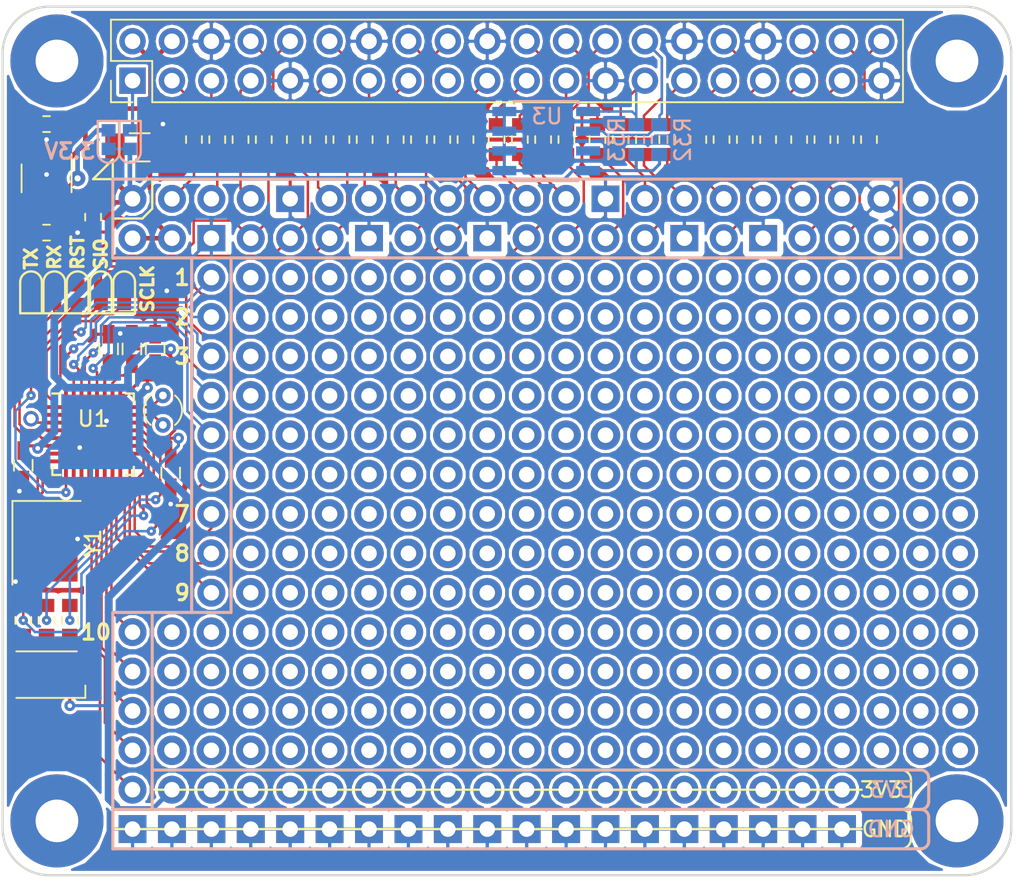
<source format=kicad_pcb>
(kicad_pcb (version 4) (host pcbnew 4.0.7)
  (title_block (title "Raspberry Pi Gecko hat") (company "Jonas Norling"))
  (layers (0 F.Cu signal) (31 B.Cu signal) (34 B.Paste user) (35 F.Paste user) (36 B.SilkS user) (37 F.SilkS user) (38 B.Mask user hide) (39 F.Mask user hide) (44 Edge.Cuts user))
  (net 0 "")
  (net 1 +5V)
  (net 2 GND)
  (net 3 /nRST)
  (net 4 /SWD_IO)
  (net 5 /SWD_CLK)
  (net 6 "Net-(D1-Pad3)")
  (net 7 "Net-(D1-Pad2)")
  (net 8 VDD)
  (net 9 "Net-(C5-Pad1)")
  (net 10 "Net-(C9-Pad1)")
  (net 11 /GPIO14)
  (net 12 /GPIO15)
  (net 13 /GPIO18)
  (net 14 /GPIO24)
  (net 15 /GPIO25)
  (net 16 /GPIO8)
  (net 17 /GPIO7)
  (net 18 /LED_R)
  (net 19 /LED_G)
  (net 20 /LED_B)
  (net 21 /RPI_TX)
  (net 22 /RPI_RX)
  (net 23 /GPIO2)
  (net 24 /GPIO3)
  (net 25 /GPIO4)
  (net 26 /GPIO17)
  (net 27 /GPIO27)
  (net 28 /GPIO22)
  (net 29 /GPIO23)
  (net 30 /GPIO10)
  (net 31 /GPIO9)
  (net 32 /GPIO11)
  (net 33 /ID_SD)
  (net 34 /ID_SC)
  (net 35 /GPIO5)
  (net 36 /GPIO6)
  (net 37 /GPIO12)
  (net 38 /GPIO13)
  (net 39 /GPIO19)
  (net 40 /GPIO16)
  (net 41 /GPIO26)
  (net 42 /GPIO20)
  (net 43 /GPIO21)
  (net 44 /PGPIO2)
  (net 45 /PGPIO3)
  (net 46 /PGPIO4)
  (net 47 /PGPIO14)
  (net 48 /PGPIO15)
  (net 49 /PGPIO17)
  (net 50 /PGPIO18)
  (net 51 /PGPIO27)
  (net 52 /PGPIO22)
  (net 53 /PGPIO23)
  (net 54 /PGPIO24)
  (net 55 /PGPIO10)
  (net 56 /PGPIO9)
  (net 57 /PGPIO25)
  (net 58 /PGPIO11)
  (net 59 /PGPIO8)
  (net 60 /PGPIO7)
  (net 61 /PID_SD)
  (net 62 /PID_SC)
  (net 63 /PGPIO5)
  (net 64 /PGPIO6)
  (net 65 /PGPIO12)
  (net 66 /PGPIO13)
  (net 67 /PGPIO19)
  (net 68 /PGPIO16)
  (net 69 /PGPIO26)
  (net 70 /PGPIO20)
  (net 71 /PGPIO21)
  (net 72 /PROT1)
  (net 73 /PROT2)
  (net 74 /PROT3)
  (net 75 /PROT4)
  (net 76 /PROT5)
  (net 77 /PROT6)
  (net 78 /PROT7)
  (net 79 "Net-(U1-Pad7)")
  (net 80 "Net-(U1-Pad8)")
  (net 81 "Net-(U1-Pad23)")
  (net 82 "Net-(U1-Pad24)")
  (net 83 /SWD_SWO)
  (net 84 /PROT8)
  (net 85 /PROT9)
  (net 86 /PROT10)
  (net 87 /PROT11)
  (net 88 /PROT12)
  (net 89 /PROT13)
  (net 90 /PROT14)
  (net 91 "Net-(D1-Pad4)")
  (net 92 /3V3_IN)
  (net 93 /3V3_REG)
  (module Pin_Headers:Pin_Header_Straight_2x20_Pitch2.54mm (layer F.Cu) (at 129.54 76.2 90)
    (fp_text reference J1 hide)
    (fp_text value CONN_02X20)
    (pad 1 thru_hole rect (at 0 0 90) (size 1.7 1.7) (drill 1) (layers *.Cu *.Mask) (net 92 /3V3_IN))
    (pad 2 thru_hole oval (at 2.54 0 90) (size 1.7 1.7) (drill 1) (layers *.Cu *.Mask) (net 1 +5V))
    (pad 3 thru_hole oval (at 0 2.54 90) (size 1.7 1.7) (drill 1) (layers *.Cu *.Mask) (net 23 /GPIO2))
    (pad 4 thru_hole oval (at 2.54 2.54 90) (size 1.7 1.7) (drill 1) (layers *.Cu *.Mask) (net 1 +5V))
    (pad 5 thru_hole oval (at 0 5.08 90) (size 1.7 1.7) (drill 1) (layers *.Cu *.Mask) (net 24 /GPIO3))
    (pad 6 thru_hole oval (at 2.54 5.08 90) (size 1.7 1.7) (drill 1) (layers *.Cu *.Mask) (net 2 GND))
    (pad 7 thru_hole oval (at 0 7.62 90) (size 1.7 1.7) (drill 1) (layers *.Cu *.Mask) (net 25 /GPIO4))
    (pad 8 thru_hole oval (at 2.54 7.62 90) (size 1.7 1.7) (drill 1) (layers *.Cu *.Mask) (net 11 /GPIO14))
    (pad 9 thru_hole oval (at 0 10.16 90) (size 1.7 1.7) (drill 1) (layers *.Cu *.Mask) (net 2 GND))
    (pad 10 thru_hole oval (at 2.54 10.16 90) (size 1.7 1.7) (drill 1) (layers *.Cu *.Mask) (net 12 /GPIO15))
    (pad 11 thru_hole oval (at 0 12.7 90) (size 1.7 1.7) (drill 1) (layers *.Cu *.Mask) (net 26 /GPIO17))
    (pad 12 thru_hole oval (at 2.54 12.7 90) (size 1.7 1.7) (drill 1) (layers *.Cu *.Mask) (net 13 /GPIO18))
    (pad 13 thru_hole oval (at 0 15.24 90) (size 1.7 1.7) (drill 1) (layers *.Cu *.Mask) (net 27 /GPIO27))
    (pad 14 thru_hole oval (at 2.54 15.24 90) (size 1.7 1.7) (drill 1) (layers *.Cu *.Mask) (net 2 GND))
    (pad 15 thru_hole oval (at 0 17.78 90) (size 1.7 1.7) (drill 1) (layers *.Cu *.Mask) (net 28 /GPIO22))
    (pad 16 thru_hole oval (at 2.54 17.78 90) (size 1.7 1.7) (drill 1) (layers *.Cu *.Mask) (net 29 /GPIO23))
    (pad 17 thru_hole oval (at 0 20.32 90) (size 1.7 1.7) (drill 1) (layers *.Cu *.Mask))
    (pad 18 thru_hole oval (at 2.54 20.32 90) (size 1.7 1.7) (drill 1) (layers *.Cu *.Mask) (net 14 /GPIO24))
    (pad 19 thru_hole oval (at 0 22.86 90) (size 1.7 1.7) (drill 1) (layers *.Cu *.Mask) (net 30 /GPIO10))
    (pad 20 thru_hole oval (at 2.54 22.86 90) (size 1.7 1.7) (drill 1) (layers *.Cu *.Mask) (net 2 GND))
    (pad 21 thru_hole oval (at 0 25.4 90) (size 1.7 1.7) (drill 1) (layers *.Cu *.Mask) (net 31 /GPIO9))
    (pad 22 thru_hole oval (at 2.54 25.4 90) (size 1.7 1.7) (drill 1) (layers *.Cu *.Mask) (net 15 /GPIO25))
    (pad 23 thru_hole oval (at 0 27.94 90) (size 1.7 1.7) (drill 1) (layers *.Cu *.Mask) (net 32 /GPIO11))
    (pad 24 thru_hole oval (at 2.54 27.94 90) (size 1.7 1.7) (drill 1) (layers *.Cu *.Mask) (net 16 /GPIO8))
    (pad 25 thru_hole oval (at 0 30.48 90) (size 1.7 1.7) (drill 1) (layers *.Cu *.Mask) (net 2 GND))
    (pad 26 thru_hole oval (at 2.54 30.48 90) (size 1.7 1.7) (drill 1) (layers *.Cu *.Mask) (net 17 /GPIO7))
    (pad 27 thru_hole oval (at 0 33.02 90) (size 1.7 1.7) (drill 1) (layers *.Cu *.Mask) (net 33 /ID_SD))
    (pad 28 thru_hole oval (at 2.54 33.02 90) (size 1.7 1.7) (drill 1) (layers *.Cu *.Mask) (net 34 /ID_SC))
    (pad 29 thru_hole oval (at 0 35.56 90) (size 1.7 1.7) (drill 1) (layers *.Cu *.Mask) (net 35 /GPIO5))
    (pad 30 thru_hole oval (at 2.54 35.56 90) (size 1.7 1.7) (drill 1) (layers *.Cu *.Mask) (net 2 GND))
    (pad 31 thru_hole oval (at 0 38.1 90) (size 1.7 1.7) (drill 1) (layers *.Cu *.Mask) (net 36 /GPIO6))
    (pad 32 thru_hole oval (at 2.54 38.1 90) (size 1.7 1.7) (drill 1) (layers *.Cu *.Mask) (net 37 /GPIO12))
    (pad 33 thru_hole oval (at 0 40.64 90) (size 1.7 1.7) (drill 1) (layers *.Cu *.Mask) (net 38 /GPIO13))
    (pad 34 thru_hole oval (at 2.54 40.64 90) (size 1.7 1.7) (drill 1) (layers *.Cu *.Mask) (net 2 GND))
    (pad 35 thru_hole oval (at 0 43.18 90) (size 1.7 1.7) (drill 1) (layers *.Cu *.Mask) (net 39 /GPIO19))
    (pad 36 thru_hole oval (at 2.54 43.18 90) (size 1.7 1.7) (drill 1) (layers *.Cu *.Mask) (net 40 /GPIO16))
    (pad 37 thru_hole oval (at 0 45.72 90) (size 1.7 1.7) (drill 1) (layers *.Cu *.Mask) (net 41 /GPIO26))
    (pad 38 thru_hole oval (at 2.54 45.72 90) (size 1.7 1.7) (drill 1) (layers *.Cu *.Mask) (net 42 /GPIO20))
    (pad 39 thru_hole oval (at 0 48.26 90) (size 1.7 1.7) (drill 1) (layers *.Cu *.Mask) (net 2 GND))
    (pad 40 thru_hole oval (at 2.54 48.26 90) (size 1.7 1.7) (drill 1) (layers *.Cu *.Mask) (net 43 /GPIO21))
  )
  (module TO_SOT_Packages_SMD:SOT-23-5_HandSoldering (layer F.Cu) (at 124 82.5 270)
    (fp_text reference U2 hide)
    (fp_text value LP2985LV)
    (pad 1 smd rect (at -1.35 -0.95 270) (size 1.56 0.65) (layers F.Cu F.Paste F.Mask) (net 1 +5V))
    (pad 2 smd rect (at -1.35 0 270) (size 1.56 0.65) (layers F.Cu F.Paste F.Mask) (net 2 GND))
    (pad 3 smd rect (at -1.35 0.95 270) (size 1.56 0.65) (layers F.Cu F.Paste F.Mask) (net 1 +5V))
    (pad 4 smd rect (at 1.35 0.95 270) (size 1.56 0.65) (layers F.Cu F.Paste F.Mask) (net 9 "Net-(C5-Pad1)"))
    (pad 5 smd rect (at 1.35 -0.95 270) (size 1.56 0.65) (layers F.Cu F.Paste F.Mask) (net 93 /3V3_REG))
  )
  (module Capacitors_SMD:C_0603_HandSoldering (layer F.Cu) (at 131 93.5 90)
    (fp_text reference C2 hide)
    (fp_text value 0.1u)
    (pad 1 smd rect (at -0.95 0 90) (size 1.2 0.75) (layers F.Cu F.Paste F.Mask) (net 8 VDD))
    (pad 2 smd rect (at 0.95 0 90) (size 1.2 0.75) (layers F.Cu F.Paste F.Mask) (net 2 GND))
  )
  (module Capacitors_SMD:C_0603_HandSoldering (layer F.Cu) (at 128 93.5 90)
    (fp_text reference C6 hide)
    (fp_text value 0.1u)
    (pad 1 smd rect (at -0.95 0 90) (size 1.2 0.75) (layers F.Cu F.Paste F.Mask) (net 8 VDD))
    (pad 2 smd rect (at 0.95 0 90) (size 1.2 0.75) (layers F.Cu F.Paste F.Mask) (net 2 GND))
  )
  (module Capacitors_SMD:C_0603_HandSoldering (layer F.Cu) (at 132 101.5 270)
    (fp_text reference C7 hide)
    (fp_text value 10n)
    (pad 1 smd rect (at -0.95 0 270) (size 1.2 0.75) (layers F.Cu F.Paste F.Mask) (net 8 VDD))
    (pad 2 smd rect (at 0.95 0 270) (size 1.2 0.75) (layers F.Cu F.Paste F.Mask) (net 2 GND))
  )
  (module Capacitors_SMD:C_0603_HandSoldering (layer F.Cu) (at 122.5 101 270)
    (fp_text reference C8 hide)
    (fp_text value 10n)
    (pad 1 smd rect (at -0.95 0 270) (size 1.2 0.75) (layers F.Cu F.Paste F.Mask) (net 8 VDD))
    (pad 2 smd rect (at 0.95 0 270) (size 1.2 0.75) (layers F.Cu F.Paste F.Mask) (net 2 GND))
  )
  (module Capacitors_SMD:C_0603_HandSoldering (layer F.Cu) (at 129.5 93.5 90)
    (fp_text reference C9 hide)
    (fp_text value 1u)
    (pad 1 smd rect (at -0.95 0 90) (size 1.2 0.75) (layers F.Cu F.Paste F.Mask) (net 10 "Net-(C9-Pad1)"))
    (pad 2 smd rect (at 0.95 0 90) (size 1.2 0.75) (layers F.Cu F.Paste F.Mask) (net 2 GND))
  )
  (module Wire_Pads:SolderWirePad_single_1mmDrill (layer F.Cu) (at 123 98)
    (fp_text reference J2 hide)
    (fp_text value TEST_1P)
    (pad 1 thru_hole circle (at 0 0) (size 1 1) (drill 0.6) (layers *.Cu *.Mask) (net 83 /SWD_SWO))
  )
  (module Crystals:Crystal_SMD_SeikoEpson_FA238-4pin_3.2x2.5mm_HandSoldering (layer F.Cu) (at 124 106 270)
    (fp_text reference Y1 (at 0 -3 270) (layer F.SilkS))
    (fp_text value "38.4 MHz")
    (pad 1 smd rect (at -1.45 1.1 270) (size 2.1 1.8) (layers F.Cu F.Mask) (net 80 "Net-(U1-Pad8)"))
    (pad 2 smd rect (at 1.45 1.1 270) (size 2.1 1.8) (layers F.Cu F.Mask) (net 2 GND))
    (pad 3 smd rect (at 1.45 -1.1 270) (size 2.1 1.8) (layers F.Cu F.Mask) (net 79 "Net-(U1-Pad7)"))
    (pad 4 smd rect (at -1.45 -1.1 270) (size 2.1 1.8) (layers F.Cu F.Mask) (net 2 GND))
  )
  (module Crystals:Crystal_C26-LF_d2.1mm_l6.5mm_Vertical (layer F.Cu) (at 131.5 98.4 90)
    (fp_text reference Y2 hide)
    (fp_text value 32kHz)
    (pad 1 thru_hole circle (at 0 0 90) (size 1 1) (drill 0.5) (layers *.Cu *.Mask) (net 81 "Net-(U1-Pad23)"))
    (pad 2 thru_hole circle (at 1.9 0 90) (size 1 1) (drill 0.5) (layers *.Cu *.Mask) (net 82 "Net-(U1-Pad24)"))
  )
  (module qfn:QFN-32-handsolder (layer F.Cu) (at 127 99)
    (fp_text reference U1 (at 0 -1) (layer F.SilkS))
    (fp_text value EFM32JG1B100F128GM32)
    (pad 1 smd rect (at -2.5 -1.75) (size 1 0.25) (layers F.Cu F.Paste F.Mask) (net 5 /SWD_CLK))
    (pad 2 smd rect (at -2.5 -1.25) (size 1 0.25) (layers F.Cu F.Paste F.Mask) (net 4 /SWD_IO))
    (pad 3 smd rect (at -2.5 -0.75) (size 1 0.25) (layers F.Cu F.Paste F.Mask) (net 83 /SWD_SWO))
    (pad 4 smd rect (at -2.5 -0.25) (size 1 0.25) (layers F.Cu F.Paste F.Mask) (net 22 /RPI_RX))
    (pad 5 smd rect (at -2.5 0.25) (size 1 0.25) (layers F.Cu F.Paste F.Mask) (net 21 /RPI_TX))
    (pad 6 smd rect (at -2.5 0.75) (size 1 0.25) (layers F.Cu F.Paste F.Mask) (net 8 VDD))
    (pad 7 smd rect (at -2.5 1.25) (size 1 0.25) (layers F.Cu F.Paste F.Mask) (net 79 "Net-(U1-Pad7)"))
    (pad 8 smd rect (at -2.5 1.75) (size 1 0.25) (layers F.Cu F.Paste F.Mask) (net 80 "Net-(U1-Pad8)"))
    (pad 9 smd rect (at -1.75 2.5 90) (size 1 0.25) (layers F.Cu F.Paste F.Mask) (net 3 /nRST))
    (pad 10 smd rect (at -1.25 2.5 90) (size 1 0.25) (layers F.Cu F.Paste F.Mask) (net 90 /PROT14))
    (pad 11 smd rect (at -0.75 2.5 90) (size 1 0.25) (layers F.Cu F.Paste F.Mask) (net 89 /PROT13))
    (pad 12 smd rect (at -0.25 2.5 90) (size 1 0.25) (layers F.Cu F.Paste F.Mask) (net 88 /PROT12))
    (pad 13 smd rect (at 0.25 2.5 90) (size 1 0.25) (layers F.Cu F.Paste F.Mask) (net 87 /PROT11))
    (pad 14 smd rect (at 0.75 2.5 90) (size 1 0.25) (layers F.Cu F.Paste F.Mask) (net 86 /PROT10))
    (pad 15 smd rect (at 1.25 2.5 90) (size 1 0.25) (layers F.Cu F.Paste F.Mask) (net 85 /PROT9))
    (pad 16 smd rect (at 1.75 2.5 90) (size 1 0.25) (layers F.Cu F.Paste F.Mask) (net 84 /PROT8))
    (pad 17 smd rect (at 2.5 1.75) (size 1 0.25) (layers F.Cu F.Paste F.Mask) (net 78 /PROT7))
    (pad 18 smd rect (at 2.5 1.25) (size 1 0.25) (layers F.Cu F.Paste F.Mask) (net 77 /PROT6))
    (pad 19 smd rect (at 2.5 0.75) (size 1 0.25) (layers F.Cu F.Paste F.Mask) (net 18 /LED_R))
    (pad 20 smd rect (at 2.5 0.25) (size 1 0.25) (layers F.Cu F.Paste F.Mask) (net 19 /LED_G))
    (pad 21 smd rect (at 2.5 -0.25) (size 1 0.25) (layers F.Cu F.Paste F.Mask) (net 20 /LED_B))
    (pad 22 smd rect (at 2.5 -0.75) (size 1 0.25) (layers F.Cu F.Paste F.Mask) (net 8 VDD))
    (pad 23 smd rect (at 2.5 -1.25) (size 1 0.25) (layers F.Cu F.Paste F.Mask) (net 81 "Net-(U1-Pad23)"))
    (pad 24 smd rect (at 2.5 -1.75) (size 1 0.25) (layers F.Cu F.Paste F.Mask) (net 82 "Net-(U1-Pad24)"))
    (pad 25 smd rect (at 1.75 -2.5 90) (size 1 0.25) (layers F.Cu F.Paste F.Mask) (net 8 VDD))
    (pad 26 smd rect (at 1.25 -2.5 90) (size 1 0.25) (layers F.Cu F.Paste F.Mask) (net 10 "Net-(C9-Pad1)"))
    (pad 27 smd rect (at 0.75 -2.5 90) (size 1 0.25) (layers F.Cu F.Paste F.Mask) (net 8 VDD))
    (pad 28 smd rect (at 0.25 -2.5 90) (size 1 0.25) (layers F.Cu F.Paste F.Mask) (net 76 /PROT5))
    (pad 29 smd rect (at -0.25 -2.5 90) (size 1 0.25) (layers F.Cu F.Paste F.Mask) (net 75 /PROT4))
    (pad 30 smd rect (at -0.75 -2.5 90) (size 1 0.25) (layers F.Cu F.Paste F.Mask) (net 74 /PROT3))
    (pad 31 smd rect (at -1.25 -2.5 90) (size 1 0.25) (layers F.Cu F.Paste F.Mask) (net 73 /PROT2))
    (pad 32 smd rect (at -1.75 -2.5 90) (size 1 0.25) (layers F.Cu F.Paste F.Mask) (net 72 /PROT1))
    (pad 33 smd rect (at 0.8625 0.8625) (size 1.725 1.725) (layers F.Cu F.Paste F.Mask) (net 2 GND))
    (pad 33 smd rect (at 0.8625 -0.8625) (size 1.725 1.725) (layers F.Cu F.Paste F.Mask) (net 2 GND))
    (pad 33 smd rect (at -0.8625 0.8625) (size 1.725 1.725) (layers F.Cu F.Paste F.Mask) (net 2 GND))
    (pad 33 smd rect (at -0.8625 -0.8625) (size 1.725 1.725) (layers F.Cu F.Paste F.Mask) (net 2 GND))
  )
  (module tie:tie_0603 (layer F.Cu) (at 123 90 270)
    (fp_text reference JP1 hide)
    (fp_text value tie hide)
    (pad 1 smd rect (at -0.6 0 270) (size 0.8 0.9) (layers F.Cu F.Paste F.Mask) (net 47 /PGPIO14))
    (pad 2 smd rect (at 0.6 0 270) (size 0.8 0.9) (layers F.Cu F.Paste F.Mask) (net 21 /RPI_TX))
    (pad "" smd rect (at 0 0 270) (size 0.4 0.16) (layers F.Cu F.Paste F.Mask))
  )
  (module tie:tie_0603 (layer F.Cu) (at 124.5 90 270)
    (fp_text reference JP2 hide)
    (fp_text value tie hide)
    (pad 1 smd rect (at -0.6 0 270) (size 0.8 0.9) (layers F.Cu F.Paste F.Mask) (net 48 /PGPIO15))
    (pad 2 smd rect (at 0.6 0 270) (size 0.8 0.9) (layers F.Cu F.Paste F.Mask) (net 22 /RPI_RX))
    (pad "" smd rect (at 0 0 270) (size 0.4 0.16) (layers F.Cu F.Paste F.Mask))
  )
  (module tie:tie_0603 (layer F.Cu) (at 126 90 270)
    (fp_text reference JP3 hide)
    (fp_text value tie hide)
    (pad 1 smd rect (at -0.6 0 270) (size 0.8 0.9) (layers F.Cu F.Paste F.Mask) (net 50 /PGPIO18))
    (pad 2 smd rect (at 0.6 0 270) (size 0.8 0.9) (layers F.Cu F.Paste F.Mask) (net 3 /nRST))
    (pad "" smd rect (at 0 0 270) (size 0.4 0.16) (layers F.Cu F.Paste F.Mask))
  )
  (module tie:tie_0603 (layer F.Cu) (at 127.5 90 270)
    (fp_text reference JP4 hide)
    (fp_text value tie hide)
    (pad 1 smd rect (at -0.6 0 270) (size 0.8 0.9) (layers F.Cu F.Paste F.Mask) (net 54 /PGPIO24))
    (pad 2 smd rect (at 0.6 0 270) (size 0.8 0.9) (layers F.Cu F.Paste F.Mask) (net 4 /SWD_IO))
    (pad "" smd rect (at 0 0 270) (size 0.4 0.16) (layers F.Cu F.Paste F.Mask))
  )
  (module tie:tie_0603 (layer F.Cu) (at 129 90 270)
    (fp_text reference JP5 hide)
    (fp_text value tie hide)
    (pad 1 smd rect (at -0.6 0 270) (size 0.8 0.9) (layers F.Cu F.Paste F.Mask) (net 57 /PGPIO25))
    (pad 2 smd rect (at 0.6 0 270) (size 0.8 0.9) (layers F.Cu F.Paste F.Mask) (net 5 /SWD_CLK))
    (pad "" smd rect (at 0 0 270) (size 0.4 0.16) (layers F.Cu F.Paste F.Mask))
  )
  (module elemental:elemental-4mm-mask (layer F.Cu) (at 181.6 80.4)
    (fp_text reference G*** hide)
    (fp_text value LOGO hide)
  )
  (module holes:hole_2.75 (layer F.Cu) (at 124.67 74.93)
    (fp_text reference REF** hide)
    (fp_text value hole_2.75 hide)
    (pad "" np_thru_hole circle (at 0 0) (size 6 6) (drill 2.75) (layers *.Cu *.Mask))
  )
  (module holes:hole_2.75 (layer F.Cu) (at 182.67 74.93)
    (fp_text reference REF** hide)
    (fp_text value hole_2.75 hide)
    (pad "" np_thru_hole circle (at 0 0) (size 6 6) (drill 2.75) (layers *.Cu *.Mask))
  )
  (module holes:hole_2.75 (layer F.Cu) (at 124.67 123.93)
    (fp_text reference REF** hide)
    (fp_text value hole_2.75 hide)
    (pad "" np_thru_hole circle (at 0 0) (size 6 6) (drill 2.75) (layers *.Cu *.Mask))
  )
  (module holes:hole_2.75 (layer F.Cu) (at 182.67 123.93)
    (fp_text reference REF** hide)
    (fp_text value hole_2.75 hide)
    (pad "" np_thru_hole circle (at 0 0) (size 6 6) (drill 2.75) (layers *.Cu *.Mask))
  )
  (module protoarea:protoarea (layer F.Cu) (at 129.54 83.82)
    (fp_text reference PA1 hide)
    (fp_text value protoarea hide)
    (fp_text user GND (at 48.895 40.64) (layer B.SilkS) (effects (justify mirror)))
    (fp_text user 3V3 (at 48.895 38.1) (layer B.SilkS) (effects (justify mirror)))
    (fp_text user GND (at 48.514 40.64) (layer F.SilkS))
    (fp_text user 3V3 (at 48.26 38.1) (layer F.SilkS))
    (pad 1 thru_hole circle (at 0 0) (size 1.8 1.8) (drill 1) (layers *.Cu *.Mask) (net 8 VDD))
    (pad 2 thru_hole circle (at 0 2.54) (size 1.8 1.8) (drill 1) (layers *.Cu *.Mask) (net 1 +5V))
    (pad 3 thru_hole circle (at 2.54 0) (size 1.8 1.8) (drill 1) (layers *.Cu *.Mask) (net 44 /PGPIO2))
    (pad 4 thru_hole circle (at 2.54 2.54) (size 1.8 1.8) (drill 1) (layers *.Cu *.Mask) (net 1 +5V))
    (pad 5 thru_hole circle (at 5.08 0) (size 1.8 1.8) (drill 1) (layers *.Cu *.Mask) (net 45 /PGPIO3))
    (pad 6 thru_hole rect (at 5.08 2.54) (size 1.8 1.7) (drill 1) (layers *.Cu *.Mask) (net 2 GND))
    (pad 7 thru_hole circle (at 7.62 0) (size 1.8 1.8) (drill 1) (layers *.Cu *.Mask) (net 46 /PGPIO4))
    (pad 8 thru_hole circle (at 7.62 2.54) (size 1.8 1.8) (drill 1) (layers *.Cu *.Mask) (net 47 /PGPIO14))
    (pad 9 thru_hole rect (at 10.16 0) (size 1.8 1.7) (drill 1) (layers *.Cu *.Mask) (net 2 GND))
    (pad 10 thru_hole circle (at 10.16 2.54) (size 1.8 1.8) (drill 1) (layers *.Cu *.Mask) (net 48 /PGPIO15))
    (pad 11 thru_hole circle (at 12.7 0) (size 1.8 1.8) (drill 1) (layers *.Cu *.Mask) (net 49 /PGPIO17))
    (pad 12 thru_hole circle (at 12.7 2.54) (size 1.8 1.8) (drill 1) (layers *.Cu *.Mask) (net 50 /PGPIO18))
    (pad 13 thru_hole circle (at 15.24 0) (size 1.8 1.8) (drill 1) (layers *.Cu *.Mask) (net 51 /PGPIO27))
    (pad 14 thru_hole rect (at 15.24 2.54) (size 1.8 1.7) (drill 1) (layers *.Cu *.Mask) (net 2 GND))
    (pad 15 thru_hole circle (at 17.78 0) (size 1.8 1.8) (drill 1) (layers *.Cu *.Mask) (net 52 /PGPIO22))
    (pad 16 thru_hole circle (at 17.78 2.54) (size 1.8 1.8) (drill 1) (layers *.Cu *.Mask) (net 53 /PGPIO23))
    (pad 17 thru_hole circle (at 20.32 0) (size 1.8 1.8) (drill 1) (layers *.Cu *.Mask) (net 8 VDD))
    (pad 18 thru_hole circle (at 20.32 2.54) (size 1.8 1.8) (drill 1) (layers *.Cu *.Mask) (net 54 /PGPIO24))
    (pad 19 thru_hole circle (at 22.86 0) (size 1.8 1.8) (drill 1) (layers *.Cu *.Mask) (net 55 /PGPIO10))
    (pad 20 thru_hole rect (at 22.86 2.54) (size 1.8 1.7) (drill 1) (layers *.Cu *.Mask) (net 2 GND))
    (pad 21 thru_hole circle (at 25.4 0) (size 1.8 1.8) (drill 1) (layers *.Cu *.Mask) (net 56 /PGPIO9))
    (pad 22 thru_hole circle (at 25.4 2.54) (size 1.8 1.8) (drill 1) (layers *.Cu *.Mask) (net 57 /PGPIO25))
    (pad 23 thru_hole circle (at 27.94 0) (size 1.8 1.8) (drill 1) (layers *.Cu *.Mask) (net 58 /PGPIO11))
    (pad 24 thru_hole circle (at 27.94 2.54) (size 1.8 1.8) (drill 1) (layers *.Cu *.Mask) (net 59 /PGPIO8))
    (pad 25 thru_hole rect (at 30.48 0) (size 1.8 1.7) (drill 1) (layers *.Cu *.Mask) (net 2 GND))
    (pad 26 thru_hole circle (at 30.48 2.54) (size 1.8 1.8) (drill 1) (layers *.Cu *.Mask) (net 60 /PGPIO7))
    (pad 27 thru_hole circle (at 33.02 0) (size 1.8 1.8) (drill 1) (layers *.Cu *.Mask) (net 61 /PID_SD))
    (pad 28 thru_hole circle (at 33.02 2.54) (size 1.8 1.8) (drill 1) (layers *.Cu *.Mask) (net 62 /PID_SC))
    (pad 29 thru_hole circle (at 35.56 0) (size 1.8 1.8) (drill 1) (layers *.Cu *.Mask) (net 63 /PGPIO5))
    (pad 30 thru_hole rect (at 35.56 2.54) (size 1.8 1.7) (drill 1) (layers *.Cu *.Mask) (net 2 GND))
    (pad 31 thru_hole circle (at 38.1 0) (size 1.8 1.8) (drill 1) (layers *.Cu *.Mask) (net 64 /PGPIO6))
    (pad 32 thru_hole circle (at 38.1 2.54) (size 1.8 1.8) (drill 1) (layers *.Cu *.Mask) (net 65 /PGPIO12))
    (pad 33 thru_hole circle (at 40.64 0) (size 1.8 1.8) (drill 1) (layers *.Cu *.Mask) (net 66 /PGPIO13))
    (pad 34 thru_hole rect (at 40.64 2.54) (size 1.8 1.7) (drill 1) (layers *.Cu *.Mask) (net 2 GND))
    (pad 35 thru_hole circle (at 43.18 0) (size 1.8 1.8) (drill 1) (layers *.Cu *.Mask) (net 67 /PGPIO19))
    (pad 36 thru_hole circle (at 43.18 2.54) (size 1.8 1.8) (drill 1) (layers *.Cu *.Mask) (net 68 /PGPIO16))
    (pad 37 thru_hole circle (at 45.72 0) (size 1.8 1.8) (drill 1) (layers *.Cu *.Mask) (net 69 /PGPIO26))
    (pad 38 thru_hole circle (at 45.72 2.54) (size 1.8 1.8) (drill 1) (layers *.Cu *.Mask) (net 70 /PGPIO20))
    (pad 39 thru_hole circle (at 48.26 0) (size 1.8 1.8) (drill 1) (layers *.Cu *.Mask) (net 2 GND))
    (pad 40 thru_hole circle (at 48.26 2.54) (size 1.8 1.8) (drill 1) (layers *.Cu *.Mask) (net 71 /PGPIO21))
    (pad A1 thru_hole circle (at 5.08 5.08) (size 1.8 1.8) (rect_delta -0.3 0) (drill 1) (layers *.Cu *.Mask) (net 72 /PROT1))
    (pad A2 thru_hole circle (at 5.08 7.62) (size 1.8 1.8) (rect_delta -0.3 0) (drill 1) (layers *.Cu *.Mask) (net 73 /PROT2))
    (pad A3 thru_hole circle (at 5.08 10.16) (size 1.8 1.8) (rect_delta -0.3 0) (drill 1) (layers *.Cu *.Mask) (net 74 /PROT3))
    (pad A4 thru_hole circle (at 5.08 12.7) (size 1.8 1.8) (rect_delta -0.3 0) (drill 1) (layers *.Cu *.Mask) (net 75 /PROT4))
    (pad A5 thru_hole circle (at 5.08 15.24) (size 1.8 1.8) (rect_delta -0.3 0) (drill 1) (layers *.Cu *.Mask) (net 76 /PROT5))
    (pad A6 thru_hole circle (at 5.08 17.78) (size 1.8 1.8) (rect_delta -0.3 0) (drill 1) (layers *.Cu *.Mask) (net 77 /PROT6))
    (pad A7 thru_hole circle (at 5.08 20.32) (size 1.8 1.8) (rect_delta -0.3 0) (drill 1) (layers *.Cu *.Mask) (net 78 /PROT7))
    (pad A8 thru_hole circle (at 5.08 22.86) (size 1.8 1.8) (rect_delta -0.3 0) (drill 1) (layers *.Cu *.Mask) (net 84 /PROT8))
    (pad A9 thru_hole circle (at 5.08 25.4) (size 1.8 1.8) (rect_delta -0.3 0) (drill 1) (layers *.Cu *.Mask) (net 85 /PROT9))
    (pad A10 thru_hole circle (at 0 27.94) (size 1.8 1.8) (rect_delta -0.3 0) (drill 1) (layers *.Cu *.Mask) (net 86 /PROT10))
    (pad A11 thru_hole circle (at 0 30.48) (size 1.8 1.8) (rect_delta -0.3 0) (drill 1) (layers *.Cu *.Mask) (net 87 /PROT11))
    (pad A12 thru_hole circle (at 0 33.02) (size 1.8 1.8) (rect_delta -0.3 0) (drill 1) (layers *.Cu *.Mask) (net 88 /PROT12))
    (pad A13 thru_hole circle (at 0 35.56) (size 1.8 1.8) (rect_delta -0.3 0) (drill 1) (layers *.Cu *.Mask) (net 89 /PROT13))
    (pad A14 thru_hole circle (at 0 38.1) (size 1.8 1.8) (rect_delta -0.3 0) (drill 1) (layers *.Cu *.Mask) (net 90 /PROT14))
    (pad "" np_thru_hole circle (at 2.54 27.94) (size 1.9 1.9) (drill 1) (layers *.Cu *.Mask))
    (pad "" np_thru_hole circle (at 2.54 30.48) (size 1.9 1.9) (drill 1) (layers *.Cu *.Mask))
    (pad "" np_thru_hole circle (at 2.54 33.02) (size 1.9 1.9) (drill 1) (layers *.Cu *.Mask))
    (pad "" np_thru_hole circle (at 2.54 35.56) (size 1.9 1.9) (drill 1) (layers *.Cu *.Mask))
    (pad VCC thru_hole circle (at 2.54 38.1) (size 1.8 1.8) (drill 1) (layers *.Cu *.Mask) (net 8 VDD))
    (pad GND thru_hole rect (at 2.54 40.64) (size 1.8 1.8) (drill 1) (layers *.Cu *.Mask) (net 2 GND))
    (pad "" np_thru_hole circle (at 5.08 27.94) (size 1.9 1.9) (drill 1) (layers *.Cu *.Mask))
    (pad "" np_thru_hole circle (at 5.08 30.48) (size 1.9 1.9) (drill 1) (layers *.Cu *.Mask))
    (pad "" np_thru_hole circle (at 5.08 33.02) (size 1.9 1.9) (drill 1) (layers *.Cu *.Mask))
    (pad "" np_thru_hole circle (at 5.08 35.56) (size 1.9 1.9) (drill 1) (layers *.Cu *.Mask))
    (pad GND thru_hole rect (at 5.08 40.64) (size 1.8 1.8) (drill 1) (layers *.Cu *.Mask) (net 2 GND))
    (pad "" np_thru_hole circle (at 7.62 5.08) (size 1.9 1.9) (drill 1) (layers *.Cu *.Mask))
    (pad "" np_thru_hole circle (at 10.16 5.08) (size 1.9 1.9) (drill 1) (layers *.Cu *.Mask))
    (pad "" np_thru_hole circle (at 7.62 10.16) (size 1.9 1.9) (drill 1) (layers *.Cu *.Mask))
    (pad "" np_thru_hole circle (at 7.62 7.62) (size 1.9 1.9) (drill 1) (layers *.Cu *.Mask))
    (pad "" np_thru_hole circle (at 10.16 7.62) (size 1.9 1.9) (drill 1) (layers *.Cu *.Mask))
    (pad "" np_thru_hole circle (at 10.16 10.16) (size 1.9 1.9) (drill 1) (layers *.Cu *.Mask))
    (pad "" np_thru_hole circle (at 7.62 12.7) (size 1.9 1.9) (drill 1) (layers *.Cu *.Mask))
    (pad "" np_thru_hole circle (at 10.16 12.7) (size 1.9 1.9) (drill 1) (layers *.Cu *.Mask))
    (pad "" np_thru_hole circle (at 7.62 15.24) (size 1.9 1.9) (drill 1) (layers *.Cu *.Mask))
    (pad "" np_thru_hole circle (at 10.16 15.24) (size 1.9 1.9) (drill 1) (layers *.Cu *.Mask))
    (pad "" np_thru_hole circle (at 7.62 17.78) (size 1.9 1.9) (drill 1) (layers *.Cu *.Mask))
    (pad "" np_thru_hole circle (at 10.16 17.78) (size 1.9 1.9) (drill 1) (layers *.Cu *.Mask))
    (pad "" np_thru_hole circle (at 7.62 27.94) (size 1.9 1.9) (drill 1) (layers *.Cu *.Mask))
    (pad "" np_thru_hole circle (at 7.62 25.4) (size 1.9 1.9) (drill 1) (layers *.Cu *.Mask))
    (pad "" np_thru_hole circle (at 10.16 25.4) (size 1.9 1.9) (drill 1) (layers *.Cu *.Mask))
    (pad "" np_thru_hole circle (at 10.16 27.94) (size 1.9 1.9) (drill 1) (layers *.Cu *.Mask))
    (pad GND thru_hole rect (at 7.62 40.64) (size 1.8 1.8) (drill 1) (layers *.Cu *.Mask) (net 2 GND))
    (pad GND thru_hole rect (at 10.16 40.64) (size 1.8 1.8) (drill 1) (layers *.Cu *.Mask) (net 2 GND))
    (pad "" np_thru_hole circle (at 7.62 22.86) (size 1.9 1.9) (drill 1) (layers *.Cu *.Mask))
    (pad "" np_thru_hole circle (at 10.16 22.86) (size 1.9 1.9) (drill 1) (layers *.Cu *.Mask))
    (pad "" np_thru_hole circle (at 7.62 20.32) (size 1.9 1.9) (drill 1) (layers *.Cu *.Mask))
    (pad "" np_thru_hole circle (at 10.16 20.32) (size 1.9 1.9) (drill 1) (layers *.Cu *.Mask))
    (pad "" np_thru_hole circle (at 7.62 35.56) (size 1.9 1.9) (drill 1) (layers *.Cu *.Mask))
    (pad "" np_thru_hole circle (at 10.16 35.56) (size 1.9 1.9) (drill 1) (layers *.Cu *.Mask))
    (pad "" np_thru_hole circle (at 7.62 33.02) (size 1.9 1.9) (drill 1) (layers *.Cu *.Mask))
    (pad "" np_thru_hole circle (at 10.16 33.02) (size 1.9 1.9) (drill 1) (layers *.Cu *.Mask))
    (pad "" np_thru_hole circle (at 7.62 30.48) (size 1.9 1.9) (drill 1) (layers *.Cu *.Mask))
    (pad "" np_thru_hole circle (at 10.16 30.48) (size 1.9 1.9) (drill 1) (layers *.Cu *.Mask))
    (pad "" np_thru_hole circle (at 20.32 5.08) (size 1.9 1.9) (drill 1) (layers *.Cu *.Mask))
    (pad "" np_thru_hole circle (at 17.78 5.08) (size 1.9 1.9) (drill 1) (layers *.Cu *.Mask))
    (pad "" np_thru_hole circle (at 20.32 7.62) (size 1.9 1.9) (drill 1) (layers *.Cu *.Mask))
    (pad "" np_thru_hole circle (at 15.24 10.16) (size 1.9 1.9) (drill 1) (layers *.Cu *.Mask))
    (pad "" np_thru_hole circle (at 17.78 12.7) (size 1.9 1.9) (drill 1) (layers *.Cu *.Mask))
    (pad "" np_thru_hole circle (at 20.32 12.7) (size 1.9 1.9) (drill 1) (layers *.Cu *.Mask))
    (pad "" np_thru_hole circle (at 17.78 10.16) (size 1.9 1.9) (drill 1) (layers *.Cu *.Mask))
    (pad "" np_thru_hole circle (at 17.78 7.62) (size 1.9 1.9) (drill 1) (layers *.Cu *.Mask))
    (pad "" np_thru_hole circle (at 20.32 10.16) (size 1.9 1.9) (drill 1) (layers *.Cu *.Mask))
    (pad "" np_thru_hole circle (at 12.7 10.16) (size 1.9 1.9) (drill 1) (layers *.Cu *.Mask))
    (pad "" np_thru_hole circle (at 12.7 12.7) (size 1.9 1.9) (drill 1) (layers *.Cu *.Mask))
    (pad "" np_thru_hole circle (at 15.24 12.7) (size 1.9 1.9) (drill 1) (layers *.Cu *.Mask))
    (pad "" np_thru_hole circle (at 15.24 5.08) (size 1.9 1.9) (drill 1) (layers *.Cu *.Mask))
    (pad "" np_thru_hole circle (at 15.24 7.62) (size 1.9 1.9) (drill 1) (layers *.Cu *.Mask))
    (pad "" np_thru_hole circle (at 12.7 5.08) (size 1.9 1.9) (drill 1) (layers *.Cu *.Mask))
    (pad "" np_thru_hole circle (at 12.7 7.62) (size 1.9 1.9) (drill 1) (layers *.Cu *.Mask))
    (pad "" np_thru_hole circle (at 12.7 33.02) (size 1.9 1.9) (drill 1) (layers *.Cu *.Mask))
    (pad "" np_thru_hole circle (at 12.7 35.56) (size 1.9 1.9) (drill 1) (layers *.Cu *.Mask))
    (pad "" np_thru_hole circle (at 15.24 35.56) (size 1.9 1.9) (drill 1) (layers *.Cu *.Mask))
    (pad "" np_thru_hole circle (at 15.24 33.02) (size 1.9 1.9) (drill 1) (layers *.Cu *.Mask))
    (pad GND thru_hole rect (at 12.7 40.64) (size 1.8 1.8) (drill 1) (layers *.Cu *.Mask) (net 2 GND))
    (pad GND thru_hole rect (at 15.24 40.64) (size 1.8 1.8) (drill 1) (layers *.Cu *.Mask) (net 2 GND))
    (pad "" np_thru_hole circle (at 15.24 30.48) (size 1.9 1.9) (drill 1) (layers *.Cu *.Mask))
    (pad "" np_thru_hole circle (at 15.24 27.94) (size 1.9 1.9) (drill 1) (layers *.Cu *.Mask))
    (pad "" np_thru_hole circle (at 12.7 30.48) (size 1.9 1.9) (drill 1) (layers *.Cu *.Mask))
    (pad "" np_thru_hole circle (at 17.78 35.56) (size 1.9 1.9) (drill 1) (layers *.Cu *.Mask))
    (pad GND thru_hole rect (at 20.32 40.64) (size 1.8 1.8) (drill 1) (layers *.Cu *.Mask) (net 2 GND))
    (pad GND thru_hole rect (at 17.78 40.64) (size 1.8 1.8) (drill 1) (layers *.Cu *.Mask) (net 2 GND))
    (pad "" np_thru_hole circle (at 20.32 35.56) (size 1.9 1.9) (drill 1) (layers *.Cu *.Mask))
    (pad "" np_thru_hole circle (at 20.32 33.02) (size 1.9 1.9) (drill 1) (layers *.Cu *.Mask))
    (pad "" np_thru_hole circle (at 17.78 33.02) (size 1.9 1.9) (drill 1) (layers *.Cu *.Mask))
    (pad "" np_thru_hole circle (at 20.32 30.48) (size 1.9 1.9) (drill 1) (layers *.Cu *.Mask))
    (pad "" np_thru_hole circle (at 17.78 30.48) (size 1.9 1.9) (drill 1) (layers *.Cu *.Mask))
    (pad "" np_thru_hole circle (at 12.7 20.32) (size 1.9 1.9) (drill 1) (layers *.Cu *.Mask))
    (pad "" np_thru_hole circle (at 12.7 22.86) (size 1.9 1.9) (drill 1) (layers *.Cu *.Mask))
    (pad "" np_thru_hole circle (at 15.24 22.86) (size 1.9 1.9) (drill 1) (layers *.Cu *.Mask))
    (pad "" np_thru_hole circle (at 15.24 20.32) (size 1.9 1.9) (drill 1) (layers *.Cu *.Mask))
    (pad "" np_thru_hole circle (at 12.7 27.94) (size 1.9 1.9) (drill 1) (layers *.Cu *.Mask))
    (pad "" np_thru_hole circle (at 12.7 25.4) (size 1.9 1.9) (drill 1) (layers *.Cu *.Mask))
    (pad "" np_thru_hole circle (at 15.24 25.4) (size 1.9 1.9) (drill 1) (layers *.Cu *.Mask))
    (pad "" np_thru_hole circle (at 20.32 27.94) (size 1.9 1.9) (drill 1) (layers *.Cu *.Mask))
    (pad "" np_thru_hole circle (at 17.78 27.94) (size 1.9 1.9) (drill 1) (layers *.Cu *.Mask))
    (pad "" np_thru_hole circle (at 20.32 25.4) (size 1.9 1.9) (drill 1) (layers *.Cu *.Mask))
    (pad "" np_thru_hole circle (at 17.78 25.4) (size 1.9 1.9) (drill 1) (layers *.Cu *.Mask))
    (pad "" np_thru_hole circle (at 17.78 22.86) (size 1.9 1.9) (drill 1) (layers *.Cu *.Mask))
    (pad "" np_thru_hole circle (at 20.32 22.86) (size 1.9 1.9) (drill 1) (layers *.Cu *.Mask))
    (pad "" np_thru_hole circle (at 12.7 17.78) (size 1.9 1.9) (drill 1) (layers *.Cu *.Mask))
    (pad "" np_thru_hole circle (at 12.7 15.24) (size 1.9 1.9) (drill 1) (layers *.Cu *.Mask))
    (pad "" np_thru_hole circle (at 17.78 15.24) (size 1.9 1.9) (drill 1) (layers *.Cu *.Mask))
    (pad "" np_thru_hole circle (at 15.24 17.78) (size 1.9 1.9) (drill 1) (layers *.Cu *.Mask))
    (pad "" np_thru_hole circle (at 17.78 20.32) (size 1.9 1.9) (drill 1) (layers *.Cu *.Mask))
    (pad "" np_thru_hole circle (at 15.24 15.24) (size 1.9 1.9) (drill 1) (layers *.Cu *.Mask))
    (pad "" np_thru_hole circle (at 20.32 15.24) (size 1.9 1.9) (drill 1) (layers *.Cu *.Mask))
    (pad "" np_thru_hole circle (at 17.78 17.78) (size 1.9 1.9) (drill 1) (layers *.Cu *.Mask))
    (pad "" np_thru_hole circle (at 20.32 17.78) (size 1.9 1.9) (drill 1) (layers *.Cu *.Mask))
    (pad "" np_thru_hole circle (at 20.32 20.32) (size 1.9 1.9) (drill 1) (layers *.Cu *.Mask))
    (pad "" np_thru_hole circle (at 30.48 7.62) (size 1.9 1.9) (drill 1) (layers *.Cu *.Mask))
    (pad "" np_thru_hole circle (at 27.94 7.62) (size 1.9 1.9) (drill 1) (layers *.Cu *.Mask))
    (pad "" np_thru_hole circle (at 27.94 5.08) (size 1.9 1.9) (drill 1) (layers *.Cu *.Mask))
    (pad "" np_thru_hole circle (at 30.48 5.08) (size 1.9 1.9) (drill 1) (layers *.Cu *.Mask))
    (pad "" np_thru_hole circle (at 22.86 12.7) (size 1.9 1.9) (drill 1) (layers *.Cu *.Mask))
    (pad "" np_thru_hole circle (at 22.86 10.16) (size 1.9 1.9) (drill 1) (layers *.Cu *.Mask))
    (pad "" np_thru_hole circle (at 25.4 12.7) (size 1.9 1.9) (drill 1) (layers *.Cu *.Mask))
    (pad "" np_thru_hole circle (at 25.4 10.16) (size 1.9 1.9) (drill 1) (layers *.Cu *.Mask))
    (pad "" np_thru_hole circle (at 22.86 7.62) (size 1.9 1.9) (drill 1) (layers *.Cu *.Mask))
    (pad "" np_thru_hole circle (at 22.86 5.08) (size 1.9 1.9) (drill 1) (layers *.Cu *.Mask))
    (pad "" np_thru_hole circle (at 25.4 5.08) (size 1.9 1.9) (drill 1) (layers *.Cu *.Mask))
    (pad "" np_thru_hole circle (at 25.4 7.62) (size 1.9 1.9) (drill 1) (layers *.Cu *.Mask))
    (pad "" np_thru_hole circle (at 30.48 12.7) (size 1.9 1.9) (drill 1) (layers *.Cu *.Mask))
    (pad "" np_thru_hole circle (at 27.94 12.7) (size 1.9 1.9) (drill 1) (layers *.Cu *.Mask))
    (pad "" np_thru_hole circle (at 30.48 10.16) (size 1.9 1.9) (drill 1) (layers *.Cu *.Mask))
    (pad "" np_thru_hole circle (at 27.94 10.16) (size 1.9 1.9) (drill 1) (layers *.Cu *.Mask))
    (pad "" np_thru_hole circle (at 27.94 30.48) (size 1.9 1.9) (drill 1) (layers *.Cu *.Mask))
    (pad "" np_thru_hole circle (at 30.48 27.94) (size 1.9 1.9) (drill 1) (layers *.Cu *.Mask))
    (pad "" np_thru_hole circle (at 27.94 27.94) (size 1.9 1.9) (drill 1) (layers *.Cu *.Mask))
    (pad "" np_thru_hole circle (at 27.94 33.02) (size 1.9 1.9) (drill 1) (layers *.Cu *.Mask))
    (pad "" np_thru_hole circle (at 30.48 33.02) (size 1.9 1.9) (drill 1) (layers *.Cu *.Mask))
    (pad "" np_thru_hole circle (at 30.48 30.48) (size 1.9 1.9) (drill 1) (layers *.Cu *.Mask))
    (pad GND thru_hole rect (at 27.94 40.64) (size 1.8 1.8) (drill 1) (layers *.Cu *.Mask) (net 2 GND))
    (pad "" np_thru_hole circle (at 27.94 35.56) (size 1.9 1.9) (drill 1) (layers *.Cu *.Mask))
    (pad "" np_thru_hole circle (at 30.48 35.56) (size 1.9 1.9) (drill 1) (layers *.Cu *.Mask))
    (pad "" np_thru_hole circle (at 40.64 35.56) (size 1.9 1.9) (drill 1) (layers *.Cu *.Mask))
    (pad GND thru_hole rect (at 40.64 40.64) (size 1.8 1.8) (drill 1) (layers *.Cu *.Mask) (net 2 GND))
    (pad GND thru_hole rect (at 38.1 40.64) (size 1.8 1.8) (drill 1) (layers *.Cu *.Mask) (net 2 GND))
    (pad "" np_thru_hole circle (at 38.1 35.56) (size 1.9 1.9) (drill 1) (layers *.Cu *.Mask))
    (pad GND thru_hole rect (at 30.48 40.64) (size 1.8 1.8) (drill 1) (layers *.Cu *.Mask) (net 2 GND))
    (pad GND thru_hole rect (at 35.56 40.64) (size 1.8 1.8) (drill 1) (layers *.Cu *.Mask) (net 2 GND))
    (pad "" np_thru_hole circle (at 35.56 35.56) (size 1.9 1.9) (drill 1) (layers *.Cu *.Mask))
    (pad "" np_thru_hole circle (at 33.02 35.56) (size 1.9 1.9) (drill 1) (layers *.Cu *.Mask))
    (pad GND thru_hole rect (at 33.02 40.64) (size 1.8 1.8) (drill 1) (layers *.Cu *.Mask) (net 2 GND))
    (pad "" np_thru_hole circle (at 40.64 30.48) (size 1.9 1.9) (drill 1) (layers *.Cu *.Mask))
    (pad "" np_thru_hole circle (at 38.1 33.02) (size 1.9 1.9) (drill 1) (layers *.Cu *.Mask))
    (pad "" np_thru_hole circle (at 35.56 27.94) (size 1.9 1.9) (drill 1) (layers *.Cu *.Mask))
    (pad "" np_thru_hole circle (at 40.64 27.94) (size 1.9 1.9) (drill 1) (layers *.Cu *.Mask))
    (pad "" np_thru_hole circle (at 38.1 27.94) (size 1.9 1.9) (drill 1) (layers *.Cu *.Mask))
    (pad "" np_thru_hole circle (at 40.64 33.02) (size 1.9 1.9) (drill 1) (layers *.Cu *.Mask))
    (pad "" np_thru_hole circle (at 38.1 30.48) (size 1.9 1.9) (drill 1) (layers *.Cu *.Mask))
    (pad "" np_thru_hole circle (at 35.56 30.48) (size 1.9 1.9) (drill 1) (layers *.Cu *.Mask))
    (pad "" np_thru_hole circle (at 33.02 33.02) (size 1.9 1.9) (drill 1) (layers *.Cu *.Mask))
    (pad "" np_thru_hole circle (at 33.02 27.94) (size 1.9 1.9) (drill 1) (layers *.Cu *.Mask))
    (pad "" np_thru_hole circle (at 33.02 30.48) (size 1.9 1.9) (drill 1) (layers *.Cu *.Mask))
    (pad "" np_thru_hole circle (at 35.56 33.02) (size 1.9 1.9) (drill 1) (layers *.Cu *.Mask))
    (pad "" np_thru_hole circle (at 22.86 15.24) (size 1.9 1.9) (drill 1) (layers *.Cu *.Mask))
    (pad "" np_thru_hole circle (at 22.86 17.78) (size 1.9 1.9) (drill 1) (layers *.Cu *.Mask))
    (pad "" np_thru_hole circle (at 27.94 17.78) (size 1.9 1.9) (drill 1) (layers *.Cu *.Mask))
    (pad "" np_thru_hole circle (at 27.94 15.24) (size 1.9 1.9) (drill 1) (layers *.Cu *.Mask))
    (pad "" np_thru_hole circle (at 25.4 15.24) (size 1.9 1.9) (drill 1) (layers *.Cu *.Mask))
    (pad "" np_thru_hole circle (at 25.4 17.78) (size 1.9 1.9) (drill 1) (layers *.Cu *.Mask))
    (pad "" np_thru_hole circle (at 25.4 20.32) (size 1.9 1.9) (drill 1) (layers *.Cu *.Mask))
    (pad "" np_thru_hole circle (at 25.4 22.86) (size 1.9 1.9) (drill 1) (layers *.Cu *.Mask))
    (pad "" np_thru_hole circle (at 22.86 20.32) (size 1.9 1.9) (drill 1) (layers *.Cu *.Mask))
    (pad "" np_thru_hole circle (at 22.86 22.86) (size 1.9 1.9) (drill 1) (layers *.Cu *.Mask))
    (pad "" np_thru_hole circle (at 30.48 15.24) (size 1.9 1.9) (drill 1) (layers *.Cu *.Mask))
    (pad "" np_thru_hole circle (at 30.48 17.78) (size 1.9 1.9) (drill 1) (layers *.Cu *.Mask))
    (pad "" np_thru_hole circle (at 33.02 15.24) (size 1.9 1.9) (drill 1) (layers *.Cu *.Mask))
    (pad "" np_thru_hole circle (at 30.48 20.32) (size 1.9 1.9) (drill 1) (layers *.Cu *.Mask))
    (pad "" np_thru_hole circle (at 27.94 20.32) (size 1.9 1.9) (drill 1) (layers *.Cu *.Mask))
    (pad "" np_thru_hole circle (at 27.94 25.4) (size 1.9 1.9) (drill 1) (layers *.Cu *.Mask))
    (pad "" np_thru_hole circle (at 30.48 25.4) (size 1.9 1.9) (drill 1) (layers *.Cu *.Mask))
    (pad "" np_thru_hole circle (at 27.94 22.86) (size 1.9 1.9) (drill 1) (layers *.Cu *.Mask))
    (pad "" np_thru_hole circle (at 30.48 22.86) (size 1.9 1.9) (drill 1) (layers *.Cu *.Mask))
    (pad "" np_thru_hole circle (at 35.56 5.08) (size 1.9 1.9) (drill 1) (layers *.Cu *.Mask))
    (pad "" np_thru_hole circle (at 33.02 5.08) (size 1.9 1.9) (drill 1) (layers *.Cu *.Mask))
    (pad "" np_thru_hole circle (at 40.64 12.7) (size 1.9 1.9) (drill 1) (layers *.Cu *.Mask))
    (pad "" np_thru_hole circle (at 40.64 10.16) (size 1.9 1.9) (drill 1) (layers *.Cu *.Mask))
    (pad "" np_thru_hole circle (at 40.64 7.62) (size 1.9 1.9) (drill 1) (layers *.Cu *.Mask))
    (pad "" np_thru_hole circle (at 38.1 5.08) (size 1.9 1.9) (drill 1) (layers *.Cu *.Mask))
    (pad "" np_thru_hole circle (at 38.1 10.16) (size 1.9 1.9) (drill 1) (layers *.Cu *.Mask))
    (pad "" np_thru_hole circle (at 40.64 5.08) (size 1.9 1.9) (drill 1) (layers *.Cu *.Mask))
    (pad "" np_thru_hole circle (at 38.1 12.7) (size 1.9 1.9) (drill 1) (layers *.Cu *.Mask))
    (pad "" np_thru_hole circle (at 38.1 7.62) (size 1.9 1.9) (drill 1) (layers *.Cu *.Mask))
    (pad "" np_thru_hole circle (at 35.56 7.62) (size 1.9 1.9) (drill 1) (layers *.Cu *.Mask))
    (pad "" np_thru_hole circle (at 33.02 10.16) (size 1.9 1.9) (drill 1) (layers *.Cu *.Mask))
    (pad "" np_thru_hole circle (at 33.02 12.7) (size 1.9 1.9) (drill 1) (layers *.Cu *.Mask))
    (pad "" np_thru_hole circle (at 33.02 7.62) (size 1.9 1.9) (drill 1) (layers *.Cu *.Mask))
    (pad "" np_thru_hole circle (at 35.56 12.7) (size 1.9 1.9) (drill 1) (layers *.Cu *.Mask))
    (pad "" np_thru_hole circle (at 35.56 10.16) (size 1.9 1.9) (drill 1) (layers *.Cu *.Mask))
    (pad GND thru_hole rect (at 22.86 40.64) (size 1.8 1.8) (drill 1) (layers *.Cu *.Mask) (net 2 GND))
    (pad GND thru_hole rect (at 25.4 40.64) (size 1.8 1.8) (drill 1) (layers *.Cu *.Mask) (net 2 GND))
    (pad "" np_thru_hole circle (at 22.86 30.48) (size 1.9 1.9) (drill 1) (layers *.Cu *.Mask))
    (pad "" np_thru_hole circle (at 25.4 30.48) (size 1.9 1.9) (drill 1) (layers *.Cu *.Mask))
    (pad "" np_thru_hole circle (at 25.4 33.02) (size 1.9 1.9) (drill 1) (layers *.Cu *.Mask))
    (pad "" np_thru_hole circle (at 22.86 33.02) (size 1.9 1.9) (drill 1) (layers *.Cu *.Mask))
    (pad "" np_thru_hole circle (at 25.4 35.56) (size 1.9 1.9) (drill 1) (layers *.Cu *.Mask))
    (pad "" np_thru_hole circle (at 22.86 35.56) (size 1.9 1.9) (drill 1) (layers *.Cu *.Mask))
    (pad "" np_thru_hole circle (at 22.86 27.94) (size 1.9 1.9) (drill 1) (layers *.Cu *.Mask))
    (pad "" np_thru_hole circle (at 22.86 25.4) (size 1.9 1.9) (drill 1) (layers *.Cu *.Mask))
    (pad "" np_thru_hole circle (at 25.4 25.4) (size 1.9 1.9) (drill 1) (layers *.Cu *.Mask))
    (pad "" np_thru_hole circle (at 25.4 27.94) (size 1.9 1.9) (drill 1) (layers *.Cu *.Mask))
    (pad "" np_thru_hole circle (at 35.56 25.4) (size 1.9 1.9) (drill 1) (layers *.Cu *.Mask))
    (pad "" np_thru_hole circle (at 33.02 20.32) (size 1.9 1.9) (drill 1) (layers *.Cu *.Mask))
    (pad "" np_thru_hole circle (at 33.02 22.86) (size 1.9 1.9) (drill 1) (layers *.Cu *.Mask))
    (pad "" np_thru_hole circle (at 35.56 20.32) (size 1.9 1.9) (drill 1) (layers *.Cu *.Mask))
    (pad "" np_thru_hole circle (at 35.56 22.86) (size 1.9 1.9) (drill 1) (layers *.Cu *.Mask))
    (pad "" np_thru_hole circle (at 33.02 17.78) (size 1.9 1.9) (drill 1) (layers *.Cu *.Mask))
    (pad "" np_thru_hole circle (at 33.02 25.4) (size 1.9 1.9) (drill 1) (layers *.Cu *.Mask))
    (pad "" np_thru_hole circle (at 38.1 22.86) (size 1.9 1.9) (drill 1) (layers *.Cu *.Mask))
    (pad "" np_thru_hole circle (at 40.64 22.86) (size 1.9 1.9) (drill 1) (layers *.Cu *.Mask))
    (pad "" np_thru_hole circle (at 38.1 25.4) (size 1.9 1.9) (drill 1) (layers *.Cu *.Mask))
    (pad "" np_thru_hole circle (at 40.64 25.4) (size 1.9 1.9) (drill 1) (layers *.Cu *.Mask))
    (pad "" np_thru_hole circle (at 40.64 15.24) (size 1.9 1.9) (drill 1) (layers *.Cu *.Mask))
    (pad "" np_thru_hole circle (at 38.1 15.24) (size 1.9 1.9) (drill 1) (layers *.Cu *.Mask))
    (pad "" np_thru_hole circle (at 35.56 17.78) (size 1.9 1.9) (drill 1) (layers *.Cu *.Mask))
    (pad "" np_thru_hole circle (at 35.56 15.24) (size 1.9 1.9) (drill 1) (layers *.Cu *.Mask))
    (pad "" np_thru_hole circle (at 40.64 20.32) (size 1.9 1.9) (drill 1) (layers *.Cu *.Mask))
    (pad "" np_thru_hole circle (at 38.1 20.32) (size 1.9 1.9) (drill 1) (layers *.Cu *.Mask))
    (pad "" np_thru_hole circle (at 38.1 17.78) (size 1.9 1.9) (drill 1) (layers *.Cu *.Mask))
    (pad "" np_thru_hole circle (at 40.64 17.78) (size 1.9 1.9) (drill 1) (layers *.Cu *.Mask))
    (pad "" np_thru_hole circle (at 43.18 25.4) (size 1.9 1.9) (drill 1) (layers *.Cu *.Mask))
    (pad "" np_thru_hole circle (at 43.18 22.86) (size 1.9 1.9) (drill 1) (layers *.Cu *.Mask))
    (pad "" np_thru_hole circle (at 43.18 27.94) (size 1.9 1.9) (drill 1) (layers *.Cu *.Mask))
    (pad GND thru_hole rect (at 43.18 40.64) (size 1.8 1.8) (drill 1) (layers *.Cu *.Mask) (net 2 GND))
    (pad "" np_thru_hole circle (at 43.18 35.56) (size 1.9 1.9) (drill 1) (layers *.Cu *.Mask))
    (pad "" np_thru_hole circle (at 45.72 35.56) (size 1.9 1.9) (drill 1) (layers *.Cu *.Mask))
    (pad "" np_thru_hole circle (at 48.26 35.56) (size 1.9 1.9) (drill 1) (layers *.Cu *.Mask))
    (pad GND thru_hole rect (at 45.72 40.64) (size 1.8 1.8) (drill 1) (layers *.Cu *.Mask) (net 2 GND))
    (pad "" np_thru_hole circle (at 48.26 33.02) (size 1.9 1.9) (drill 1) (layers *.Cu *.Mask))
    (pad "" np_thru_hole circle (at 45.72 33.02) (size 1.9 1.9) (drill 1) (layers *.Cu *.Mask))
    (pad "" np_thru_hole circle (at 45.72 30.48) (size 1.9 1.9) (drill 1) (layers *.Cu *.Mask))
    (pad "" np_thru_hole circle (at 43.18 30.48) (size 1.9 1.9) (drill 1) (layers *.Cu *.Mask))
    (pad "" np_thru_hole circle (at 43.18 33.02) (size 1.9 1.9) (drill 1) (layers *.Cu *.Mask))
    (pad "" np_thru_hole circle (at 48.26 30.48) (size 1.9 1.9) (drill 1) (layers *.Cu *.Mask))
    (pad "" np_thru_hole circle (at 48.26 27.94) (size 1.9 1.9) (drill 1) (layers *.Cu *.Mask))
    (pad "" np_thru_hole circle (at 45.72 27.94) (size 1.9 1.9) (drill 1) (layers *.Cu *.Mask))
    (pad "" np_thru_hole circle (at 45.72 25.4) (size 1.9 1.9) (drill 1) (layers *.Cu *.Mask))
    (pad "" np_thru_hole circle (at 45.72 22.86) (size 1.9 1.9) (drill 1) (layers *.Cu *.Mask))
    (pad "" np_thru_hole circle (at 48.26 22.86) (size 1.9 1.9) (drill 1) (layers *.Cu *.Mask))
    (pad "" np_thru_hole circle (at 48.26 25.4) (size 1.9 1.9) (drill 1) (layers *.Cu *.Mask))
    (pad "" np_thru_hole circle (at 43.18 7.62) (size 1.9 1.9) (drill 1) (layers *.Cu *.Mask))
    (pad "" np_thru_hole circle (at 43.18 12.7) (size 1.9 1.9) (drill 1) (layers *.Cu *.Mask))
    (pad "" np_thru_hole circle (at 43.18 10.16) (size 1.9 1.9) (drill 1) (layers *.Cu *.Mask))
    (pad "" np_thru_hole circle (at 45.72 12.7) (size 1.9 1.9) (drill 1) (layers *.Cu *.Mask))
    (pad "" np_thru_hole circle (at 48.26 12.7) (size 1.9 1.9) (drill 1) (layers *.Cu *.Mask))
    (pad "" np_thru_hole circle (at 48.26 10.16) (size 1.9 1.9) (drill 1) (layers *.Cu *.Mask))
    (pad "" np_thru_hole circle (at 48.26 7.62) (size 1.9 1.9) (drill 1) (layers *.Cu *.Mask))
    (pad "" np_thru_hole circle (at 45.72 10.16) (size 1.9 1.9) (drill 1) (layers *.Cu *.Mask))
    (pad "" np_thru_hole circle (at 45.72 7.62) (size 1.9 1.9) (drill 1) (layers *.Cu *.Mask))
    (pad "" np_thru_hole circle (at 43.18 5.08) (size 1.9 1.9) (drill 1) (layers *.Cu *.Mask))
    (pad "" np_thru_hole circle (at 45.72 5.08) (size 1.9 1.9) (drill 1) (layers *.Cu *.Mask))
    (pad "" np_thru_hole circle (at 48.26 5.08) (size 1.9 1.9) (drill 1) (layers *.Cu *.Mask))
    (pad "" np_thru_hole circle (at 48.26 15.24) (size 1.9 1.9) (drill 1) (layers *.Cu *.Mask))
    (pad "" np_thru_hole circle (at 45.72 15.24) (size 1.9 1.9) (drill 1) (layers *.Cu *.Mask))
    (pad "" np_thru_hole circle (at 48.26 20.32) (size 1.9 1.9) (drill 1) (layers *.Cu *.Mask))
    (pad "" np_thru_hole circle (at 45.72 20.32) (size 1.9 1.9) (drill 1) (layers *.Cu *.Mask))
    (pad "" np_thru_hole circle (at 45.72 17.78) (size 1.9 1.9) (drill 1) (layers *.Cu *.Mask))
    (pad "" np_thru_hole circle (at 48.26 17.78) (size 1.9 1.9) (drill 1) (layers *.Cu *.Mask))
    (pad "" np_thru_hole circle (at 43.18 17.78) (size 1.9 1.9) (drill 1) (layers *.Cu *.Mask))
    (pad "" np_thru_hole circle (at 43.18 20.32) (size 1.9 1.9) (drill 1) (layers *.Cu *.Mask))
    (pad "" np_thru_hole circle (at 43.18 15.24) (size 1.9 1.9) (drill 1) (layers *.Cu *.Mask))
    (pad "" np_thru_hole circle (at 50.8 5.08) (size 1.9 1.9) (drill 1) (layers *.Cu *.Mask))
    (pad "" np_thru_hole circle (at 50.8 7.62) (size 1.9 1.9) (drill 1) (layers *.Cu *.Mask))
    (pad "" np_thru_hole circle (at 53.34 5.08) (size 1.9 1.9) (drill 1) (layers *.Cu *.Mask))
    (pad "" np_thru_hole circle (at 53.34 7.62) (size 1.9 1.9) (drill 1) (layers *.Cu *.Mask))
    (pad "" np_thru_hole circle (at 50.8 12.7) (size 1.9 1.9) (drill 1) (layers *.Cu *.Mask))
    (pad "" np_thru_hole circle (at 53.34 15.24) (size 1.9 1.9) (drill 1) (layers *.Cu *.Mask))
    (pad "" np_thru_hole circle (at 53.34 12.7) (size 1.9 1.9) (drill 1) (layers *.Cu *.Mask))
    (pad "" np_thru_hole circle (at 53.34 20.32) (size 1.9 1.9) (drill 1) (layers *.Cu *.Mask))
    (pad "" np_thru_hole circle (at 50.8 20.32) (size 1.9 1.9) (drill 1) (layers *.Cu *.Mask))
    (pad "" np_thru_hole circle (at 50.8 15.24) (size 1.9 1.9) (drill 1) (layers *.Cu *.Mask))
    (pad "" np_thru_hole circle (at 50.8 17.78) (size 1.9 1.9) (drill 1) (layers *.Cu *.Mask))
    (pad "" np_thru_hole circle (at 53.34 17.78) (size 1.9 1.9) (drill 1) (layers *.Cu *.Mask))
    (pad "" np_thru_hole circle (at 53.34 10.16) (size 1.9 1.9) (drill 1) (layers *.Cu *.Mask))
    (pad "" np_thru_hole circle (at 50.8 10.16) (size 1.9 1.9) (drill 1) (layers *.Cu *.Mask))
    (pad "" np_thru_hole circle (at 50.8 22.86) (size 1.9 1.9) (drill 1) (layers *.Cu *.Mask))
    (pad "" np_thru_hole circle (at 53.34 27.94) (size 1.9 1.9) (drill 1) (layers *.Cu *.Mask))
    (pad "" np_thru_hole circle (at 50.8 27.94) (size 1.9 1.9) (drill 1) (layers *.Cu *.Mask))
    (pad "" np_thru_hole circle (at 50.8 25.4) (size 1.9 1.9) (drill 1) (layers *.Cu *.Mask))
    (pad "" np_thru_hole circle (at 53.34 22.86) (size 1.9 1.9) (drill 1) (layers *.Cu *.Mask))
    (pad "" np_thru_hole circle (at 53.34 25.4) (size 1.9 1.9) (drill 1) (layers *.Cu *.Mask))
    (pad "" np_thru_hole circle (at 53.34 33.02) (size 1.9 1.9) (drill 1) (layers *.Cu *.Mask))
    (pad "" np_thru_hole circle (at 50.8 33.02) (size 1.9 1.9) (drill 1) (layers *.Cu *.Mask))
    (pad "" np_thru_hole circle (at 50.8 30.48) (size 1.9 1.9) (drill 1) (layers *.Cu *.Mask))
    (pad "" np_thru_hole circle (at 53.34 30.48) (size 1.9 1.9) (drill 1) (layers *.Cu *.Mask))
    (pad "" np_thru_hole circle (at 50.8 2.54) (size 1.9 1.9) (drill 1) (layers *.Cu *.Mask))
    (pad "" np_thru_hole circle (at 50.8 0) (size 1.9 1.9) (drill 1) (layers *.Cu *.Mask))
    (pad "" np_thru_hole circle (at 53.34 0) (size 1.9 1.9) (drill 1) (layers *.Cu *.Mask))
    (pad "" np_thru_hole circle (at 53.34 2.54) (size 1.9 1.9) (drill 1) (layers *.Cu *.Mask))
    (pad VCC thru_hole circle (at 5.08 38.1) (size 1.8 1.8) (drill 1) (layers *.Cu *.Mask) (net 8 VDD))
    (pad VCC thru_hole circle (at 10.16 38.1) (size 1.8 1.8) (drill 1) (layers *.Cu *.Mask) (net 8 VDD))
    (pad VCC thru_hole circle (at 7.62 38.1) (size 1.8 1.8) (drill 1) (layers *.Cu *.Mask) (net 8 VDD))
    (pad VCC thru_hole circle (at 15.24 38.1) (size 1.8 1.8) (drill 1) (layers *.Cu *.Mask) (net 8 VDD))
    (pad VCC thru_hole circle (at 20.32 38.1) (size 1.8 1.8) (drill 1) (layers *.Cu *.Mask) (net 8 VDD))
    (pad VCC thru_hole circle (at 17.78 38.1) (size 1.8 1.8) (drill 1) (layers *.Cu *.Mask) (net 8 VDD))
    (pad VCC thru_hole circle (at 12.7 38.1) (size 1.8 1.8) (drill 1) (layers *.Cu *.Mask) (net 8 VDD))
    (pad VCC thru_hole circle (at 27.94 38.1) (size 1.8 1.8) (drill 1) (layers *.Cu *.Mask) (net 8 VDD))
    (pad VCC thru_hole circle (at 25.4 38.1) (size 1.8 1.8) (drill 1) (layers *.Cu *.Mask) (net 8 VDD))
    (pad VCC thru_hole circle (at 22.86 38.1) (size 1.8 1.8) (drill 1) (layers *.Cu *.Mask) (net 8 VDD))
    (pad VCC thru_hole circle (at 35.56 38.1) (size 1.8 1.8) (drill 1) (layers *.Cu *.Mask) (net 8 VDD))
    (pad VCC thru_hole circle (at 38.1 38.1) (size 1.8 1.8) (drill 1) (layers *.Cu *.Mask) (net 8 VDD))
    (pad VCC thru_hole circle (at 33.02 38.1) (size 1.8 1.8) (drill 1) (layers *.Cu *.Mask) (net 8 VDD))
    (pad VCC thru_hole circle (at 30.48 38.1) (size 1.8 1.8) (drill 1) (layers *.Cu *.Mask) (net 8 VDD))
    (pad VCC thru_hole circle (at 40.64 38.1) (size 1.8 1.8) (drill 1) (layers *.Cu *.Mask) (net 8 VDD))
    (pad VCC thru_hole circle (at 45.72 38.1) (size 1.8 1.8) (drill 1) (layers *.Cu *.Mask) (net 8 VDD))
    (pad VCC thru_hole circle (at 43.18 38.1) (size 1.8 1.8) (drill 1) (layers *.Cu *.Mask) (net 8 VDD))
    (pad GND thru_hole rect (at 0 40.64) (size 1.8 1.8) (drill 1) (layers *.Cu *.Mask) (net 2 GND))
    (pad "" np_thru_hole circle (at 53.34 35.56) (size 1.9 1.9) (drill 1) (layers *.Cu *.Mask))
    (pad "" np_thru_hole circle (at 50.8 35.56) (size 1.9 1.9) (drill 1) (layers *.Cu *.Mask))
  )
  (module tie:tie_0603 (layer B.Cu) (at 128 80 90)
    (fp_text reference JP6 hide)
    (fp_text value tie hide)
    (pad 1 smd rect (at -0.6 0 90) (size 0.8 0.9) (layers B.Cu B.Paste B.Mask) (net 8 VDD))
    (pad 2 smd rect (at 0.6 0 90) (size 0.8 0.9) (layers B.Cu B.Paste B.Mask) (net 93 /3V3_REG))
    (pad "" smd rect (at 0 0 90) (size 0.4 0.16) (layers B.Cu B.Paste B.Mask))
  )
  (module tie:tie_0603_open (layer B.Cu) (at 129.36906 80 90)
    (fp_text reference JP7 hide)
    (fp_text value Jumper_NO_Small hide)
    (pad 1 smd rect (at -0.6 0 90) (size 0.8 0.9) (layers B.Cu B.Paste B.Mask) (net 8 VDD))
    (pad 2 smd rect (at 0.6 0 90) (size 0.8 0.9) (layers B.Cu B.Paste B.Mask) (net 92 /3V3_IN))
  )
  (module led:LED_Avago_PLCC4_3.2x2.8mm_CW (layer F.Cu) (at 124 114.5 180)
    (fp_text reference D1 hide)
    (fp_text value LED_ARGB)
    (pad 1 smd rect (at -1.5 -0.75 180) (size 1.5 1.1) (layers F.Cu F.Paste F.Mask) (net 8 VDD))
    (pad 2 smd rect (at 1.5 -0.75 180) (size 1.5 1.1) (layers F.Cu F.Paste F.Mask) (net 7 "Net-(D1-Pad2)"))
    (pad 3 smd rect (at 1.5 0.75 180) (size 1.5 1.1) (layers F.Cu F.Paste F.Mask) (net 6 "Net-(D1-Pad3)"))
    (pad 4 smd rect (at -1.5 0.75 180) (size 1.5 1.1) (layers F.Cu F.Paste F.Mask) (net 91 "Net-(D1-Pad4)"))
  )
  (module c_local:C_1206_3216Metric_Pad1.24x1.80mm_HandSolder (layer F.Cu) (at 130 80.5)
    (fp_text reference C4 hide)
    (fp_text value 10u)
    (pad 1 smd rect (at -1.5925 0) (size 1.245 1.8) (layers F.Cu F.Paste F.Mask) (net 8 VDD))
    (pad 2 smd rect (at 1.5925 0) (size 1.245 1.8) (layers F.Cu F.Paste F.Mask) (net 2 GND))
  )
  (module r_local:R_0603_1608Metric_Pad0.84x1.00mm_HandSolder (layer F.Cu) (at 133.5 80 270)
    (fp_text reference R4 hide)
    (fp_text value R)
    (pad 1 smd rect (at -0.9625 0 270) (size 0.845 1) (layers F.Cu F.Paste F.Mask) (net 23 /GPIO2))
    (pad 2 smd rect (at 0.9625 0 270) (size 0.845 1) (layers F.Cu F.Paste F.Mask) (net 44 /PGPIO2))
  )
  (module r_local:R_0603_1608Metric_Pad0.84x1.00mm_HandSolder (layer F.Cu) (at 135 80 270)
    (fp_text reference R5 hide)
    (fp_text value R)
    (pad 1 smd rect (at -0.9625 0 270) (size 0.845 1) (layers F.Cu F.Paste F.Mask) (net 24 /GPIO3))
    (pad 2 smd rect (at 0.9625 0 270) (size 0.845 1) (layers F.Cu F.Paste F.Mask) (net 45 /PGPIO3))
  )
  (module r_local:R_0603_1608Metric_Pad0.84x1.00mm_HandSolder (layer F.Cu) (at 136.5 80 270)
    (fp_text reference R6 hide)
    (fp_text value R)
    (pad 1 smd rect (at -0.9625 0 270) (size 0.845 1) (layers F.Cu F.Paste F.Mask) (net 25 /GPIO4))
    (pad 2 smd rect (at 0.9625 0 270) (size 0.845 1) (layers F.Cu F.Paste F.Mask) (net 46 /PGPIO4))
  )
  (module r_local:R_0603_1608Metric_Pad0.84x1.00mm_HandSolder (layer F.Cu) (at 138 80 270)
    (fp_text reference R7 hide)
    (fp_text value R)
    (pad 1 smd rect (at -0.9625 0 270) (size 0.845 1) (layers F.Cu F.Paste F.Mask) (net 11 /GPIO14))
    (pad 2 smd rect (at 0.9625 0 270) (size 0.845 1) (layers F.Cu F.Paste F.Mask) (net 47 /PGPIO14))
  )
  (module r_local:R_0603_1608Metric_Pad0.84x1.00mm_HandSolder (layer F.Cu) (at 140 80 270)
    (fp_text reference R8 hide)
    (fp_text value R)
    (pad 1 smd rect (at -0.9625 0 270) (size 0.845 1) (layers F.Cu F.Paste F.Mask) (net 12 /GPIO15))
    (pad 2 smd rect (at 0.9625 0 270) (size 0.845 1) (layers F.Cu F.Paste F.Mask) (net 48 /PGPIO15))
  )
  (module r_local:R_0603_1608Metric_Pad0.84x1.00mm_HandSolder (layer F.Cu) (at 141.5 80 270)
    (fp_text reference R9 hide)
    (fp_text value R)
    (pad 1 smd rect (at -0.9625 0 270) (size 0.845 1) (layers F.Cu F.Paste F.Mask) (net 26 /GPIO17))
    (pad 2 smd rect (at 0.9625 0 270) (size 0.845 1) (layers F.Cu F.Paste F.Mask) (net 49 /PGPIO17))
  )
  (module r_local:R_0603_1608Metric_Pad0.84x1.00mm_HandSolder (layer F.Cu) (at 143 80 270)
    (fp_text reference R10 hide)
    (fp_text value R)
    (pad 1 smd rect (at -0.9625 0 270) (size 0.845 1) (layers F.Cu F.Paste F.Mask) (net 13 /GPIO18))
    (pad 2 smd rect (at 0.9625 0 270) (size 0.845 1) (layers F.Cu F.Paste F.Mask) (net 50 /PGPIO18))
  )
  (module r_local:R_0603_1608Metric_Pad0.84x1.00mm_HandSolder (layer F.Cu) (at 144.5 80 270)
    (fp_text reference R11 hide)
    (fp_text value R)
    (pad 1 smd rect (at -0.9625 0 270) (size 0.845 1) (layers F.Cu F.Paste F.Mask) (net 27 /GPIO27))
    (pad 2 smd rect (at 0.9625 0 270) (size 0.845 1) (layers F.Cu F.Paste F.Mask) (net 51 /PGPIO27))
  )
  (module r_local:R_0603_1608Metric_Pad0.84x1.00mm_HandSolder (layer F.Cu) (at 146.5 80 270)
    (fp_text reference R12 hide)
    (fp_text value R)
    (pad 1 smd rect (at -0.9625 0 270) (size 0.845 1) (layers F.Cu F.Paste F.Mask) (net 28 /GPIO22))
    (pad 2 smd rect (at 0.9625 0 270) (size 0.845 1) (layers F.Cu F.Paste F.Mask) (net 52 /PGPIO22))
  )
  (module r_local:R_0603_1608Metric_Pad0.84x1.00mm_HandSolder (layer F.Cu) (at 148 80 270)
    (fp_text reference R13 hide)
    (fp_text value R)
    (pad 1 smd rect (at -0.9625 0 270) (size 0.845 1) (layers F.Cu F.Paste F.Mask) (net 29 /GPIO23))
    (pad 2 smd rect (at 0.9625 0 270) (size 0.845 1) (layers F.Cu F.Paste F.Mask) (net 53 /PGPIO23))
  )
  (module r_local:R_0603_1608Metric_Pad0.84x1.00mm_HandSolder (layer F.Cu) (at 149.5 80 270)
    (fp_text reference R14 hide)
    (fp_text value R)
    (pad 1 smd rect (at -0.9625 0 270) (size 0.845 1) (layers F.Cu F.Paste F.Mask) (net 14 /GPIO24))
    (pad 2 smd rect (at 0.9625 0 270) (size 0.845 1) (layers F.Cu F.Paste F.Mask) (net 54 /PGPIO24))
  )
  (module r_local:R_0603_1608Metric_Pad0.84x1.00mm_HandSolder (layer F.Cu) (at 151 80 270)
    (fp_text reference R15 hide)
    (fp_text value R)
    (pad 1 smd rect (at -0.9625 0 270) (size 0.845 1) (layers F.Cu F.Paste F.Mask) (net 30 /GPIO10))
    (pad 2 smd rect (at 0.9625 0 270) (size 0.845 1) (layers F.Cu F.Paste F.Mask) (net 55 /PGPIO10))
  )
  (module r_local:R_0603_1608Metric_Pad0.84x1.00mm_HandSolder (layer F.Cu) (at 153 80 270)
    (fp_text reference R16 hide)
    (fp_text value R)
    (pad 1 smd rect (at -0.9625 0 270) (size 0.845 1) (layers F.Cu F.Paste F.Mask) (net 31 /GPIO9))
    (pad 2 smd rect (at 0.9625 0 270) (size 0.845 1) (layers F.Cu F.Paste F.Mask) (net 56 /PGPIO9))
  )
  (module r_local:R_0603_1608Metric_Pad0.84x1.00mm_HandSolder (layer F.Cu) (at 154.5 80 270)
    (fp_text reference R17 hide)
    (fp_text value R)
    (pad 1 smd rect (at -0.9625 0 270) (size 0.845 1) (layers F.Cu F.Paste F.Mask) (net 15 /GPIO25))
    (pad 2 smd rect (at 0.9625 0 270) (size 0.845 1) (layers F.Cu F.Paste F.Mask) (net 57 /PGPIO25))
  )
  (module r_local:R_0603_1608Metric_Pad0.84x1.00mm_HandSolder (layer F.Cu) (at 156 80 270)
    (fp_text reference R18 hide)
    (fp_text value R)
    (pad 1 smd rect (at -0.9625 0 270) (size 0.845 1) (layers F.Cu F.Paste F.Mask) (net 32 /GPIO11))
    (pad 2 smd rect (at 0.9625 0 270) (size 0.845 1) (layers F.Cu F.Paste F.Mask) (net 58 /PGPIO11))
  )
  (module r_local:R_0603_1608Metric_Pad0.84x1.00mm_HandSolder (layer F.Cu) (at 157.5 80 270)
    (fp_text reference R19 hide)
    (fp_text value R)
    (pad 1 smd rect (at -0.9625 0 270) (size 0.845 1) (layers F.Cu F.Paste F.Mask) (net 16 /GPIO8))
    (pad 2 smd rect (at 0.9625 0 270) (size 0.845 1) (layers F.Cu F.Paste F.Mask) (net 59 /PGPIO8))
  )
  (module r_local:R_0603_1608Metric_Pad0.84x1.00mm_HandSolder (layer F.Cu) (at 159.5 80 270)
    (fp_text reference R20 hide)
    (fp_text value R)
    (pad 1 smd rect (at -0.9625 0 270) (size 0.845 1) (layers F.Cu F.Paste F.Mask) (net 17 /GPIO7))
    (pad 2 smd rect (at 0.9625 0 270) (size 0.845 1) (layers F.Cu F.Paste F.Mask) (net 60 /PGPIO7))
  )
  (module r_local:R_0603_1608Metric_Pad0.84x1.00mm_HandSolder (layer F.Cu) (at 161 80 270)
    (fp_text reference R21 hide)
    (fp_text value R)
    (pad 1 smd rect (at -0.9625 0 270) (size 0.845 1) (layers F.Cu F.Paste F.Mask) (net 33 /ID_SD))
    (pad 2 smd rect (at 0.9625 0 270) (size 0.845 1) (layers F.Cu F.Paste F.Mask) (net 61 /PID_SD))
  )
  (module r_local:R_0603_1608Metric_Pad0.84x1.00mm_HandSolder (layer F.Cu) (at 162.5 80 270)
    (fp_text reference R22 hide)
    (fp_text value R)
    (pad 1 smd rect (at -0.9625 0 270) (size 0.845 1) (layers F.Cu F.Paste F.Mask) (net 34 /ID_SC))
    (pad 2 smd rect (at 0.9625 0 270) (size 0.845 1) (layers F.Cu F.Paste F.Mask) (net 62 /PID_SC))
  )
  (module r_local:R_0603_1608Metric_Pad0.84x1.00mm_HandSolder (layer F.Cu) (at 164 80 270)
    (fp_text reference R23 hide)
    (fp_text value R)
    (pad 1 smd rect (at -0.9625 0 270) (size 0.845 1) (layers F.Cu F.Paste F.Mask) (net 35 /GPIO5))
    (pad 2 smd rect (at 0.9625 0 270) (size 0.845 1) (layers F.Cu F.Paste F.Mask) (net 63 /PGPIO5))
  )
  (module r_local:R_0603_1608Metric_Pad0.84x1.00mm_HandSolder (layer F.Cu) (at 166 80 270)
    (fp_text reference R24 hide)
    (fp_text value R)
    (pad 1 smd rect (at -0.9625 0 270) (size 0.845 1) (layers F.Cu F.Paste F.Mask) (net 36 /GPIO6))
    (pad 2 smd rect (at 0.9625 0 270) (size 0.845 1) (layers F.Cu F.Paste F.Mask) (net 64 /PGPIO6))
  )
  (module r_local:R_0603_1608Metric_Pad0.84x1.00mm_HandSolder (layer F.Cu) (at 167.5 80 270)
    (fp_text reference R25 hide)
    (fp_text value R)
    (pad 1 smd rect (at -0.9625 0 270) (size 0.845 1) (layers F.Cu F.Paste F.Mask) (net 37 /GPIO12))
    (pad 2 smd rect (at 0.9625 0 270) (size 0.845 1) (layers F.Cu F.Paste F.Mask) (net 65 /PGPIO12))
  )
  (module r_local:R_0603_1608Metric_Pad0.84x1.00mm_HandSolder (layer F.Cu) (at 169 80 270)
    (fp_text reference R26 hide)
    (fp_text value R)
    (pad 1 smd rect (at -0.9625 0 270) (size 0.845 1) (layers F.Cu F.Paste F.Mask) (net 38 /GPIO13))
    (pad 2 smd rect (at 0.9625 0 270) (size 0.845 1) (layers F.Cu F.Paste F.Mask) (net 66 /PGPIO13))
  )
  (module r_local:R_0603_1608Metric_Pad0.84x1.00mm_HandSolder (layer F.Cu) (at 170.5 80 270)
    (fp_text reference R27 hide)
    (fp_text value R)
    (pad 1 smd rect (at -0.9625 0 270) (size 0.845 1) (layers F.Cu F.Paste F.Mask) (net 39 /GPIO19))
    (pad 2 smd rect (at 0.9625 0 270) (size 0.845 1) (layers F.Cu F.Paste F.Mask) (net 67 /PGPIO19))
  )
  (module r_local:R_0603_1608Metric_Pad0.84x1.00mm_HandSolder (layer F.Cu) (at 172.5 80 270)
    (fp_text reference R28 hide)
    (fp_text value R)
    (pad 1 smd rect (at -0.9625 0 270) (size 0.845 1) (layers F.Cu F.Paste F.Mask) (net 40 /GPIO16))
    (pad 2 smd rect (at 0.9625 0 270) (size 0.845 1) (layers F.Cu F.Paste F.Mask) (net 68 /PGPIO16))
  )
  (module r_local:R_0603_1608Metric_Pad0.84x1.00mm_HandSolder (layer F.Cu) (at 174 80 270)
    (fp_text reference R29 hide)
    (fp_text value R)
    (pad 1 smd rect (at -0.9625 0 270) (size 0.845 1) (layers F.Cu F.Paste F.Mask) (net 41 /GPIO26))
    (pad 2 smd rect (at 0.9625 0 270) (size 0.845 1) (layers F.Cu F.Paste F.Mask) (net 69 /PGPIO26))
  )
  (module r_local:R_0603_1608Metric_Pad0.84x1.00mm_HandSolder (layer F.Cu) (at 175.5 80 270)
    (fp_text reference R30 hide)
    (fp_text value R)
    (pad 1 smd rect (at -0.9625 0 270) (size 0.845 1) (layers F.Cu F.Paste F.Mask) (net 42 /GPIO20))
    (pad 2 smd rect (at 0.9625 0 270) (size 0.845 1) (layers F.Cu F.Paste F.Mask) (net 70 /PGPIO20))
  )
  (module r_local:R_0603_1608Metric_Pad0.84x1.00mm_HandSolder (layer F.Cu) (at 177 80 270)
    (fp_text reference R31 hide)
    (fp_text value R)
    (pad 1 smd rect (at -0.9625 0 270) (size 0.845 1) (layers F.Cu F.Paste F.Mask) (net 43 /GPIO21))
    (pad 2 smd rect (at 0.9625 0 270) (size 0.845 1) (layers F.Cu F.Paste F.Mask) (net 71 /PGPIO21))
  )
  (module r_local:R_0603_1608Metric_Pad0.84x1.00mm_HandSolder (layer B.Cu) (at 163.5 80 270)
    (fp_text reference R32 (at 0 -1.5 270) (layer B.SilkS) (effects (justify mirror)))
    (fp_text value 3k9)
    (pad 1 smd rect (at -0.9625 0 270) (size 0.845 1) (layers B.Cu B.Paste B.Mask) (net 34 /ID_SC))
    (pad 2 smd rect (at 0.9625 0 270) (size 0.845 1) (layers B.Cu B.Paste B.Mask) (net 8 VDD))
  )
  (module r_local:R_0603_1608Metric_Pad0.84x1.00mm_HandSolder (layer B.Cu) (at 162 80 270)
    (fp_text reference R33 (at 0 1.25 270) (layer B.SilkS) (effects (justify mirror)))
    (fp_text value 3k9)
    (pad 1 smd rect (at -0.9625 0 270) (size 0.845 1) (layers B.Cu B.Paste B.Mask) (net 33 /ID_SD))
    (pad 2 smd rect (at 0.9625 0 270) (size 0.845 1) (layers B.Cu B.Paste B.Mask) (net 8 VDD))
  )
  (module Housings_SOIC:SOIC-8_3.9x4.9mm_Pitch1.27mm (layer B.Cu) (at 156.2 80.095)
    (fp_text reference U3 (at 0.05 -1.595) (layer B.SilkS) (effects (justify mirror)))
    (fp_text value CAT24C32)
    (pad 1 smd rect (at -2.7 1.905) (size 1.55 0.6) (layers B.Cu B.Paste B.Mask) (net 2 GND))
    (pad 2 smd rect (at -2.7 0.635) (size 1.55 0.6) (layers B.Cu B.Paste B.Mask) (net 2 GND))
    (pad 3 smd rect (at -2.7 -0.635) (size 1.55 0.6) (layers B.Cu B.Paste B.Mask) (net 2 GND))
    (pad 4 smd rect (at -2.7 -1.905) (size 1.55 0.6) (layers B.Cu B.Paste B.Mask) (net 2 GND))
    (pad 5 smd rect (at 2.7 -1.905) (size 1.55 0.6) (layers B.Cu B.Paste B.Mask) (net 33 /ID_SD))
    (pad 6 smd rect (at 2.7 -0.635) (size 1.55 0.6) (layers B.Cu B.Paste B.Mask) (net 34 /ID_SC))
    (pad 7 smd rect (at 2.7 0.635) (size 1.55 0.6) (layers B.Cu B.Paste B.Mask))
    (pad 8 smd rect (at 2.7 1.905) (size 1.55 0.6) (layers B.Cu B.Paste B.Mask) (net 8 VDD))
  )
  (module r_local:R_0603_1608Metric_Pad0.84x1.00mm_HandSolder (layer F.Cu) (at 124 111 90)
    (fp_text reference R1 hide)
    (fp_text value res)
    (pad 1 smd rect (at -0.9625 0 90) (size 0.845 1) (layers F.Cu F.Paste F.Mask) (net 7 "Net-(D1-Pad2)"))
    (pad 2 smd rect (at 0.9625 0 90) (size 0.845 1) (layers F.Cu F.Paste F.Mask) (net 20 /LED_B))
  )
  (module r_local:R_0603_1608Metric_Pad0.84x1.00mm_HandSolder (layer F.Cu) (at 122.5 111 90)
    (fp_text reference R2 hide)
    (fp_text value res)
    (pad 1 smd rect (at -0.9625 0 90) (size 0.845 1) (layers F.Cu F.Paste F.Mask) (net 6 "Net-(D1-Pad3)"))
    (pad 2 smd rect (at 0.9625 0 90) (size 0.845 1) (layers F.Cu F.Paste F.Mask) (net 19 /LED_G))
  )
  (module r_local:R_0603_1608Metric_Pad0.84x1.00mm_HandSolder (layer F.Cu) (at 125.5 111 90)
    (fp_text reference R3 hide)
    (fp_text value res)
    (pad 1 smd rect (at -0.9625 0 90) (size 0.845 1) (layers F.Cu F.Paste F.Mask) (net 91 "Net-(D1-Pad4)"))
    (pad 2 smd rect (at 0.9625 0 90) (size 0.845 1) (layers F.Cu F.Paste F.Mask) (net 18 /LED_R))
  )
  (module c_local:C_0603_1608Metric_Pad0.84x1.00mm_HandSolder (layer F.Cu) (at 124 79 180)
    (fp_text reference C1 hide)
    (fp_text value 1u)
    (pad 1 smd rect (at -0.9625 0 180) (size 0.845 1) (layers F.Cu F.Paste F.Mask) (net 1 +5V))
    (pad 2 smd rect (at 0.9625 0 180) (size 0.845 1) (layers F.Cu F.Paste F.Mask) (net 2 GND))
  )
  (module c_local:C_0603_1608Metric_Pad0.84x1.00mm_HandSolder (layer F.Cu) (at 127 85 270)
    (fp_text reference C3 hide)
    (fp_text value 2.2u)
    (pad 1 smd rect (at -0.9625 0 270) (size 0.845 1) (layers F.Cu F.Paste F.Mask) (net 8 VDD))
    (pad 2 smd rect (at 0.9625 0 270) (size 0.845 1) (layers F.Cu F.Paste F.Mask) (net 2 GND))
  )
  (module c_local:C_0603_1608Metric_Pad0.84x1.00mm_HandSolder (layer F.Cu) (at 124 86)
    (fp_text reference C5 hide)
    (fp_text value DNP)
    (pad 1 smd rect (at -0.9625 0) (size 0.845 1) (layers F.Cu F.Paste F.Mask) (net 9 "Net-(C5-Pad1)"))
    (pad 2 smd rect (at 0.9625 0) (size 0.845 1) (layers F.Cu F.Paste F.Mask) (net 2 GND))
  )
  (gr_text 3.3V (at 125.5 80.75) (layer B.SilkS) (effects (font (size 1 1) (thickness 0.2)) (justify mirror)))
  (gr_text SCLK (at 130.5 91.25 90) (layer F.SilkS) (effects (font (size 0.8 0.8) (thickness 0.2)) (justify left)))
  (gr_text SIO (at 127.5 88.5 90) (layer F.SilkS) (effects (font (size 0.8 0.8) (thickness 0.2)) (justify left)))
  (gr_text RST (at 126 88.5 90) (layer F.SilkS) (effects (font (size 0.8 0.8) (thickness 0.2)) (justify left)))
  (gr_text RX (at 124.5 88.5 90) (layer F.SilkS) (effects (font (size 0.8 0.8) (thickness 0.2)) (justify left)))
  (gr_text TX (at 123 88.5 90) (layer F.SilkS) (effects (font (size 0.8 0.8) (thickness 0.2)) (justify left)))
  (gr_text 10 (at 128.27 111.76) (layer F.SilkS) (effects (font (size 1 1) (thickness 0.2)) (justify right)))
  (gr_text 9 (at 133.35 109.22) (layer F.SilkS) (effects (font (size 1 1) (thickness 0.2)) (justify right)))
  (gr_text 8 (at 133.35 106.68) (layer F.SilkS) (effects (font (size 1 1) (thickness 0.2)) (justify right)))
  (gr_text 7 (at 133.35 104.14) (layer F.SilkS) (effects (font (size 1 1) (thickness 0.2)) (justify right)))
  (gr_text 3 (at 133.35 93.98) (layer F.SilkS) (effects (font (size 1 1) (thickness 0.2)) (justify right)))
  (gr_text 2 (at 133.35 91.44) (layer F.SilkS) (effects (font (size 1 1) (thickness 0.2)) (justify right)))
  (gr_text 1 (at 133.35 88.9) (layer F.SilkS) (effects (font (size 1 1) (thickness 0.2)) (justify right)))
  (gr_arc (start 183.17 124.43) (end 186.17 124.43) (angle 90) (layer Edge.Cuts) (width 0.15))
  (gr_arc (start 124.17 124.43) (end 124.17 127.43) (angle 90) (layer Edge.Cuts) (width 0.15))
  (gr_arc (start 183.17 74.43) (end 183.17 71.43) (angle 90) (layer Edge.Cuts) (width 0.15))
  (gr_arc (start 124.17 74.43) (end 121.17 74.43) (angle 89.9) (layer Edge.Cuts) (width 0.15))
  (gr_line (start 121.17 124.43) (end 121.17 74.43) (layer Edge.Cuts) (width 0.15))
  (gr_line (start 183.17 127.43) (end 124.17 127.43) (layer Edge.Cuts) (width 0.15))
  (gr_line (start 186.17 74.43) (end 186.17 124.43) (layer Edge.Cuts) (width 0.15))
  (gr_line (start 124.17 71.43) (end 183.17 71.43) (layer Edge.Cuts) (width 0.15))
  (segment (start 123.05 81.15) (end 123.05 82.3) (width 0.16) (layer F.Cu) (net 1))
  (segment (start 123.05 82.3) (end 123.75 83) (width 0.16) (layer F.Cu) (net 1))
  (segment (start 124.262998 83) (end 124.95 82.312998) (width 0.16) (layer F.Cu) (net 1))
  (segment (start 123.75 83) (end 124.262998 83) (width 0.16) (layer F.Cu) (net 1))
  (segment (start 124.95 82.312998) (end 124.95 82.09) (width 0.16) (layer F.Cu) (net 1))
  (segment (start 124.95 82.09) (end 124.95 81.15) (width 0.16) (layer F.Cu) (net 1))
  (segment (start 124.95 81.15) (end 124.95 79.0125) (width 0.3) (layer F.Cu) (net 1))
  (segment (start 124.95 79.0125) (end 124.9625 79) (width 0.3) (layer F.Cu) (net 1))
  (segment (start 130.700001 74.820001) (end 130.700001 77.5) (width 0.3) (layer F.Cu) (net 1))
  (segment (start 130 78) (end 130.200001 78) (width 0.3) (layer F.Cu) (net 1))
  (segment (start 130.200001 78) (end 130.700001 77.5) (width 0.3) (layer F.Cu) (net 1))
  (segment (start 127.74 78) (end 130 78) (width 0.3) (layer F.Cu) (net 1))
  (segment (start 132.08 86.36) (end 130.869999 85.149999) (width 0.3) (layer F.Cu) (net 1))
  (segment (start 130.869999 85.149999) (end 130.869999 83.359197) (width 0.3) (layer F.Cu) (net 1))
  (segment (start 130.869999 83.359197) (end 130.659999 83.149197) (width 0.3) (layer F.Cu) (net 1))
  (segment (start 130.659999 83.149197) (end 130.659999 82.159999) (width 0.3) (layer F.Cu) (net 1))
  (segment (start 130.659999 82.159999) (end 130 81.5) (width 0.3) (layer F.Cu) (net 1))
  (segment (start 130 81.5) (end 130 78) (width 0.3) (layer F.Cu) (net 1))
  (segment (start 126.75 78.99) (end 127.74 78) (width 0.3) (layer F.Cu) (net 1))
  (segment (start 132.08 73.66) (end 131.230001 74.509999) (width 0.3) (layer F.Cu) (net 1))
  (segment (start 131.230001 74.509999) (end 131.010003 74.509999) (width 0.3) (layer F.Cu) (net 1))
  (segment (start 131.010003 74.509999) (end 130.700001 74.820001) (width 0.3) (layer F.Cu) (net 1))
  (segment (start 129.54 73.66) (end 130.700001 74.820001) (width 0.3) (layer F.Cu) (net 1))
  (segment (start 126.5 79.24) (end 126.75 78.99) (width 0.3) (layer F.Cu) (net 1))
  (segment (start 126.5 80.225) (end 126.5 79.75) (width 0.3) (layer F.Cu) (net 1))
  (segment (start 126.5 79.75) (end 126.5 79.24) (width 0.3) (layer F.Cu) (net 1))
  (segment (start 124.95 81.15) (end 125.575 81.15) (width 0.3) (layer F.Cu) (net 1))
  (segment (start 125.575 81.15) (end 126.5 80.225) (width 0.3) (layer F.Cu) (net 1))
  (segment (start 132.08 86.36) (end 129.54 86.36) (width 0.3) (layer F.Cu) (net 1))
  (segment (start 123.66 79) (end 124 79.34) (width 0.2) (layer F.Cu) (net 2))
  (segment (start 124 79.34) (end 124 80) (width 0.2) (layer F.Cu) (net 2))
  (segment (start 123.0375 79) (end 123.66 79) (width 0.2) (layer F.Cu) (net 2))
  (segment (start 131.5925 80.5) (end 131.5925 79.0925) (width 0.2) (layer F.Cu) (net 2))
  (via (at 131.5 79) (size 0.7) (drill 0.3) (layers F.Cu B.Cu) (net 2))
  (segment (start 131.5925 79.0925) (end 131.5 79) (width 0.2) (layer F.Cu) (net 2))
  (segment (start 131.5 80.0925) (end 131.5925 80) (width 0.2) (layer F.Cu) (net 2))
  (segment (start 124.95 86) (end 126 86) (width 0.2) (layer F.Cu) (net 2))
  (via (at 126 86) (size 0.7) (drill 0.3) (layers F.Cu B.Cu) (net 2))
  (segment (start 124 81.15) (end 124 80) (width 0.2) (layer F.Cu) (net 2))
  (via (at 124 80) (size 0.7) (drill 0.3) (layers F.Cu B.Cu) (net 2))
  (segment (start 124 81.15) (end 124 82.5) (width 0.2) (layer F.Cu) (net 2))
  (via (at 124 82.25) (size 0.7) (drill 0.3) (layers F.Cu B.Cu) (net 2))
  (segment (start 165.039999 85.199999) (end 170.119999 85.199999) (width 0.2) (layer B.Cu) (net 2))
  (segment (start 170.119999 85.199999) (end 170.18 85.26) (width 0.2) (layer B.Cu) (net 2))
  (segment (start 170.18 85.26) (end 170.18 86.36) (width 0.2) (layer B.Cu) (net 2))
  (segment (start 159.740001 85.199999) (end 165.039999 85.199999) (width 0.2) (layer B.Cu) (net 2))
  (segment (start 165.039999 85.199999) (end 165.1 85.26) (width 0.2) (layer B.Cu) (net 2))
  (segment (start 165.1 85.26) (end 165.1 86.36) (width 0.2) (layer B.Cu) (net 2))
  (segment (start 152.339999 85.199999) (end 159.740001 85.199999) (width 0.2) (layer B.Cu) (net 2))
  (segment (start 160.02 84.92) (end 160.02 83.82) (width 0.2) (layer B.Cu) (net 2))
  (segment (start 159.740001 85.199999) (end 160.02 84.92) (width 0.2) (layer B.Cu) (net 2))
  (segment (start 144.719999 85.199999) (end 152.339999 85.199999) (width 0.2) (layer B.Cu) (net 2))
  (segment (start 152.339999 85.199999) (end 152.4 85.26) (width 0.2) (layer B.Cu) (net 2))
  (segment (start 152.4 85.26) (end 152.4 86.36) (width 0.2) (layer B.Cu) (net 2))
  (segment (start 139.7 83.82) (end 139.7 84.92) (width 0.2) (layer B.Cu) (net 2))
  (segment (start 139.7 84.92) (end 139.979999 85.199999) (width 0.2) (layer B.Cu) (net 2))
  (segment (start 139.979999 85.199999) (end 144.719999 85.199999) (width 0.2) (layer B.Cu) (net 2))
  (segment (start 144.719999 85.199999) (end 144.78 85.26) (width 0.2) (layer B.Cu) (net 2))
  (segment (start 144.78 85.26) (end 144.78 86.36) (width 0.2) (layer B.Cu) (net 2))
  (segment (start 134.62 86.38) (end 131.75 89.25) (width 0.2) (layer B.Cu) (net 2))
  (segment (start 131.75 89.25) (end 131.75 89.75) (width 0.2) (layer B.Cu) (net 2))
  (segment (start 134.62 86.36) (end 134.62 86.38) (width 0.2) (layer B.Cu) (net 2))
  (segment (start 128 92.55) (end 128.7 92.55) (width 0.2) (layer F.Cu) (net 2))
  (segment (start 128.7 92.55) (end 128.75 92.5) (width 0.2) (layer F.Cu) (net 2))
  (via (at 128.75 92.5) (size 0.7) (drill 0.3) (layers F.Cu B.Cu) (net 2))
  (segment (start 131 90.5) (end 131.75 89.75) (width 0.2) (layer F.Cu) (net 2))
  (via (at 131.75 89.75) (size 0.7) (drill 0.3) (layers F.Cu B.Cu) (net 2))
  (segment (start 131 92.55) (end 131 90.5) (width 0.2) (layer F.Cu) (net 2))
  (via (at 127.8625 98.1375) (size 0.7) (drill 0.3) (layers F.Cu B.Cu) (net 2))
  (via (at 126.1375 99.8625) (size 0.7) (drill 0.3) (layers F.Cu B.Cu) (net 2))
  (segment (start 122.5 101.95) (end 122.5 102.419977) (width 0.2) (layer F.Cu) (net 2))
  (via (at 122.25 102.669977) (size 0.7) (drill 0.3) (layers F.Cu B.Cu) (net 2))
  (segment (start 122.5 102.419977) (end 122.25 102.669977) (width 0.2) (layer F.Cu) (net 2))
  (segment (start 125.1 104.55) (end 125.1 104.85) (width 0.2) (layer F.Cu) (net 2))
  (segment (start 125.1 104.85) (end 126 105.75) (width 0.2) (layer F.Cu) (net 2))
  (via (at 126 105.75) (size 0.7) (drill 0.3) (layers F.Cu B.Cu) (net 2))
  (segment (start 122.9 107.45) (end 122.9 107.6) (width 0.2) (layer F.Cu) (net 2))
  (segment (start 122.9 107.6) (end 122 108.5) (width 0.2) (layer F.Cu) (net 2))
  (via (at 122 108.5) (size 0.7) (drill 0.3) (layers F.Cu B.Cu) (net 2))
  (segment (start 132 103.5) (end 132 102.45) (width 0.2) (layer F.Cu) (net 2))
  (via (at 132 103.5) (size 0.7) (drill 0.3) (layers F.Cu B.Cu) (net 2))
  (segment (start 124 102.75) (end 125.25 102.75) (width 0.16) (layer B.Cu) (net 3))
  (segment (start 122 100.75) (end 124 102.75) (width 0.16) (layer B.Cu) (net 3))
  (segment (start 123 96.5) (end 122 97.5) (width 0.16) (layer B.Cu) (net 3))
  (segment (start 122 97.5) (end 122 100.75) (width 0.16) (layer B.Cu) (net 3))
  (segment (start 125.25 101.5) (end 125.25 102.75) (width 0.16) (layer F.Cu) (net 3))
  (via (at 125.25 102.75) (size 0.6) (drill 0.2) (layers F.Cu B.Cu) (net 3))
  (segment (start 123 93.55) (end 123 96.5) (width 0.16) (layer F.Cu) (net 3))
  (segment (start 126 90.75) (end 125.8 90.75) (width 0.16) (layer F.Cu) (net 3))
  (segment (start 125.8 90.75) (end 123 93.55) (width 0.16) (layer F.Cu) (net 3))
  (via (at 123 96.5) (size 0.6) (drill 0.2) (layers F.Cu B.Cu) (net 3))
  (segment (start 123.540002 97.200002) (end 123.540002 97.450002) (width 0.16) (layer F.Cu) (net 4))
  (segment (start 123.540002 97.450002) (end 123.84 97.75) (width 0.16) (layer F.Cu) (net 4))
  (segment (start 123.84 97.75) (end 124.5 97.75) (width 0.16) (layer F.Cu) (net 4))
  (segment (start 127.3 90.75) (end 127.5 90.75) (width 0.16) (layer F.Cu) (net 4))
  (segment (start 126.660012 91.389988) (end 127.3 90.75) (width 0.16) (layer F.Cu) (net 4))
  (segment (start 125.800447 91.389988) (end 126.660012 91.389988) (width 0.16) (layer F.Cu) (net 4))
  (segment (start 123.540002 93.650433) (end 125.800447 91.389988) (width 0.16) (layer F.Cu) (net 4))
  (segment (start 123.540002 97.200002) (end 123.540002 93.650433) (width 0.16) (layer F.Cu) (net 4))
  (segment (start 124.6 97.75) (end 124.09 97.75) (width 0.16) (layer F.Cu) (net 4))
  (segment (start 129 90.75) (end 128.8 90.75) (width 0.16) (layer F.Cu) (net 5))
  (segment (start 128.8 90.75) (end 128.3 91.25) (width 0.16) (layer F.Cu) (net 5))
  (segment (start 125.932999 91.709999) (end 124 93.642998) (width 0.16) (layer F.Cu) (net 5))
  (segment (start 128.3 91.25) (end 127.5 91.25) (width 0.16) (layer F.Cu) (net 5))
  (segment (start 127.5 91.25) (end 127.040001 91.709999) (width 0.16) (layer F.Cu) (net 5))
  (segment (start 127.040001 91.709999) (end 125.932999 91.709999) (width 0.16) (layer F.Cu) (net 5))
  (segment (start 124 93.642998) (end 124 96.465) (width 0.16) (layer F.Cu) (net 5))
  (segment (start 124 96.465) (end 124.5 96.965) (width 0.16) (layer F.Cu) (net 5))
  (segment (start 124.5 96.965) (end 124.5 97.25) (width 0.16) (layer F.Cu) (net 5))
  (segment (start 122.5 111.9625) (end 122.5 113.75) (width 0.16) (layer F.Cu) (net 6))
  (segment (start 124 111.9625) (end 124 113.95) (width 0.16) (layer F.Cu) (net 7))
  (segment (start 124 113.95) (end 122.7 115.25) (width 0.16) (layer F.Cu) (net 7))
  (segment (start 122.7 115.25) (end 122.5 115.25) (width 0.16) (layer F.Cu) (net 7))
  (segment (start 162 80.9625) (end 162 81.5) (width 0.2) (layer B.Cu) (net 8))
  (segment (start 162 82) (end 162 81.5) (width 0.2) (layer B.Cu) (net 8))
  (segment (start 158.9 82) (end 163.085 82) (width 0.2) (layer B.Cu) (net 8))
  (segment (start 163.085 82) (end 163.5 81.585) (width 0.2) (layer B.Cu) (net 8))
  (segment (start 163.5 81.585) (end 163.5 80.9625) (width 0.2) (layer B.Cu) (net 8))
  (segment (start 158.9 82) (end 157.925 82) (width 0.2) (layer B.Cu) (net 8))
  (segment (start 157.925 82) (end 157.364999 82.560001) (width 0.2) (layer B.Cu) (net 8))
  (segment (start 157.364999 82.560001) (end 151.119999 82.560001) (width 0.2) (layer B.Cu) (net 8))
  (segment (start 151.119999 82.560001) (end 150.759999 82.920001) (width 0.2) (layer B.Cu) (net 8))
  (segment (start 150.759999 82.920001) (end 149.86 83.82) (width 0.2) (layer B.Cu) (net 8))
  (segment (start 128 110.5) (end 128 116.5) (width 0.5) (layer B.Cu) (net 8))
  (segment (start 128 116.5) (end 128 117.5) (width 0.5) (layer B.Cu) (net 8))
  (segment (start 125.5 116.5) (end 128 116.5) (width 0.2) (layer B.Cu) (net 8))
  (segment (start 125.5 115.25) (end 125.5 116.5) (width 0.2) (layer F.Cu) (net 8))
  (via (at 125.5 116.5) (size 0.7) (drill 0.3) (layers F.Cu B.Cu) (net 8))
  (segment (start 128.4075 80.5) (end 128.4075 82.6875) (width 0.3) (layer F.Cu) (net 8))
  (segment (start 128.4075 82.6875) (end 129.54 83.82) (width 0.3) (layer F.Cu) (net 8))
  (segment (start 127 84.05) (end 129.31 84.05) (width 0.3) (layer F.Cu) (net 8))
  (segment (start 129.31 84.05) (end 129.54 83.82) (width 0.2) (layer F.Cu) (net 8))
  (segment (start 129.36906 80.6) (end 129.36906 83.64906) (width 0.3) (layer B.Cu) (net 8))
  (segment (start 129.36906 83.64906) (end 129.54 83.82) (width 0.2) (layer B.Cu) (net 8))
  (segment (start 129.36906 80.6) (end 128 80.6) (width 0.2) (layer B.Cu) (net 8))
  (segment (start 124.5 96.25) (end 125 95.75) (width 0.5) (layer B.Cu) (net 8))
  (segment (start 124.5 96.25) (end 124.5 98.839818) (width 0.5) (layer B.Cu) (net 8))
  (segment (start 124.5 98.839818) (end 124.25 99.089818) (width 0.5) (layer B.Cu) (net 8))
  (segment (start 129.25 94.75) (end 130.5 93.5) (width 0.5) (layer B.Cu) (net 8))
  (segment (start 130.5 93.5) (end 132 93.5) (width 0.5) (layer B.Cu) (net 8))
  (segment (start 129.75 96.5) (end 129.25 96) (width 0.5) (layer B.Cu) (net 8))
  (segment (start 130 96.5) (end 130.5 96) (width 0.5) (layer B.Cu) (net 8))
  (segment (start 130 96.75) (end 129.75 96.5) (width 0.5) (layer B.Cu) (net 8))
  (segment (start 129.75 96.5) (end 130 96.5) (width 0.5) (layer B.Cu) (net 8))
  (segment (start 131.25 101.25) (end 130 100) (width 0.5) (layer B.Cu) (net 8))
  (segment (start 130 100) (end 130 96.75) (width 0.5) (layer B.Cu) (net 8))
  (segment (start 124.5 95.25) (end 125 95.75) (width 0.5) (layer B.Cu) (net 8))
  (segment (start 125 95.75) (end 125.25 96) (width 0.5) (layer B.Cu) (net 8))
  (segment (start 124.25 99.089818) (end 123.431149 99.908669) (width 0.5) (layer B.Cu) (net 8))
  (segment (start 129.25 96) (end 129.25 95.75) (width 0.5) (layer B.Cu) (net 8))
  (segment (start 125.25 96) (end 129.25 96) (width 0.5) (layer B.Cu) (net 8))
  (segment (start 124.5 94.75) (end 124.5 95.25) (width 0.5) (layer B.Cu) (net 8))
  (segment (start 124.5 91.5) (end 124.5 94.75) (width 0.5) (layer B.Cu) (net 8))
  (segment (start 133 103) (end 131.5 101.5) (width 0.5) (layer B.Cu) (net 8))
  (segment (start 131.5 101.5) (end 131.25 101.25) (width 0.5) (layer B.Cu) (net 8))
  (segment (start 129.25 95.75) (end 129.25 94.75) (width 0.5) (layer B.Cu) (net 8))
  (segment (start 129.349999 95.650001) (end 129.25 95.75) (width 0.2) (layer B.Cu) (net 8))
  (segment (start 129.54 83.82) (end 128 85.36) (width 0.5) (layer B.Cu) (net 8))
  (segment (start 128 85.36) (end 128 88) (width 0.5) (layer B.Cu) (net 8))
  (segment (start 128 88) (end 124.5 91.5) (width 0.5) (layer B.Cu) (net 8))
  (segment (start 128 121) (end 128 122.5) (width 0.5) (layer B.Cu) (net 8))
  (segment (start 132.5 99.25) (end 132.5 99.744974) (width 0.2) (layer B.Cu) (net 8))
  (segment (start 132.5 99.744974) (end 131.25 100.994974) (width 0.2) (layer B.Cu) (net 8))
  (segment (start 131.25 100.994974) (end 131.25 101.25) (width 0.2) (layer B.Cu) (net 8))
  (segment (start 128 109.5) (end 129.5 108) (width 0.5) (layer B.Cu) (net 8))
  (segment (start 129.5 108) (end 133 104.5) (width 0.5) (layer B.Cu) (net 8))
  (segment (start 133 104.5) (end 133 103) (width 0.5) (layer B.Cu) (net 8))
  (segment (start 123.5 99.75) (end 123.5 99.839818) (width 0.2) (layer F.Cu) (net 8))
  (segment (start 124.6 99.75) (end 123.5 99.75) (width 0.2) (layer F.Cu) (net 8))
  (segment (start 123.5 99.75) (end 122.8 99.75) (width 0.2) (layer F.Cu) (net 8))
  (segment (start 123.5 99.839818) (end 123.431149 99.908669) (width 0.2) (layer F.Cu) (net 8))
  (via (at 123.431149 99.908669) (size 0.7) (drill 0.3) (layers F.Cu B.Cu) (net 8))
  (segment (start 131.75 99.25) (end 132.5 99.25) (width 0.2) (layer F.Cu) (net 8))
  (via (at 132.5 99.25) (size 0.7) (drill 0.3) (layers F.Cu B.Cu) (net 8))
  (segment (start 132 94) (end 131.5 93.5) (width 0.2) (layer F.Cu) (net 8))
  (segment (start 132.260001 94.260001) (end 132 94) (width 0.2) (layer F.Cu) (net 8))
  (segment (start 132 94) (end 132 93.5) (width 0.2) (layer F.Cu) (net 8))
  (via (at 132 93.5) (size 0.7) (drill 0.3) (layers F.Cu B.Cu) (net 8))
  (segment (start 130.5 95.5) (end 132.260001 95.5) (width 0.2) (layer F.Cu) (net 8))
  (segment (start 130.075 95.5) (end 130.5 95.5) (width 0.2) (layer F.Cu) (net 8))
  (segment (start 130.5 95.5) (end 130.5 96) (width 0.2) (layer F.Cu) (net 8))
  (via (at 130.5 96) (size 0.7) (drill 0.3) (layers F.Cu B.Cu) (net 8))
  (segment (start 130.075 95.5) (end 131 94.575) (width 0.2) (layer F.Cu) (net 8))
  (segment (start 132.260001 98.739999) (end 132.260001 95.5) (width 0.2) (layer F.Cu) (net 8))
  (segment (start 129.075 96.5) (end 130.075 95.5) (width 0.2) (layer F.Cu) (net 8))
  (segment (start 132.260001 95.5) (end 132.260001 94.260001) (width 0.2) (layer F.Cu) (net 8))
  (segment (start 131.5 93.5) (end 128.725 93.5) (width 0.2) (layer F.Cu) (net 8))
  (segment (start 128.725 93.5) (end 128 94.225) (width 0.2) (layer F.Cu) (net 8))
  (segment (start 128 94.225) (end 128 94.45) (width 0.2) (layer F.Cu) (net 8))
  (segment (start 131.75 99.25) (end 132.260001 98.739999) (width 0.2) (layer F.Cu) (net 8))
  (segment (start 132.08 121.92) (end 130.869999 123.130001) (width 0.3) (layer B.Cu) (net 8))
  (segment (start 130.869999 123.130001) (end 128.630001 123.130001) (width 0.3) (layer B.Cu) (net 8))
  (segment (start 128.630001 123.130001) (end 128.5 123) (width 0.3) (layer B.Cu) (net 8))
  (segment (start 128 122.5) (end 128.5 123) (width 0.5) (layer B.Cu) (net 8))
  (segment (start 129.5 98.25) (end 130.2 98.25) (width 0.2) (layer F.Cu) (net 8))
  (segment (start 130.2 98.25) (end 131.2 99.25) (width 0.2) (layer F.Cu) (net 8))
  (segment (start 131.2 99.25) (end 131.75 99.25) (width 0.2) (layer F.Cu) (net 8))
  (segment (start 131.75 99.25) (end 132 99.5) (width 0.2) (layer F.Cu) (net 8))
  (segment (start 132 99.5) (end 132 100.55) (width 0.2) (layer F.Cu) (net 8))
  (segment (start 128.75 96.5) (end 129.075 96.5) (width 0.2) (layer F.Cu) (net 8))
  (segment (start 131 94.575) (end 131 94.45) (width 0.2) (layer F.Cu) (net 8))
  (segment (start 128 94.45) (end 128 95.25) (width 0.2) (layer F.Cu) (net 8))
  (segment (start 128 95.25) (end 127.75 95.5) (width 0.2) (layer F.Cu) (net 8))
  (segment (start 127.75 95.5) (end 127.75 95.8) (width 0.2) (layer F.Cu) (net 8))
  (segment (start 127.75 95.8) (end 127.75 96.5) (width 0.2) (layer F.Cu) (net 8))
  (segment (start 129.4 98.25) (end 129.843002 98.25) (width 0.2) (layer F.Cu) (net 8))
  (segment (start 122.8 99.75) (end 122.5 100.05) (width 0.2) (layer F.Cu) (net 8))
  (segment (start 130.86 82.5) (end 148.54 82.5) (width 0.3) (layer B.Cu) (net 8))
  (segment (start 148.54 82.5) (end 149.86 83.82) (width 0.3) (layer B.Cu) (net 8))
  (segment (start 129.54 83.82) (end 130.86 82.5) (width 0.3) (layer B.Cu) (net 8))
  (segment (start 128 117.5) (end 128 121) (width 0.5) (layer B.Cu) (net 8))
  (segment (start 128 110.5) (end 128 109.5) (width 0.5) (layer B.Cu) (net 8))
  (segment (start 123.05 83.85) (end 123.05 86) (width 0.16) (layer F.Cu) (net 9))
  (segment (start 128.25 96.5) (end 128.25 95.7) (width 0.16) (layer F.Cu) (net 10))
  (segment (start 128.74 95.21) (end 128.965 95.21) (width 0.16) (layer F.Cu) (net 10))
  (segment (start 128.25 95.7) (end 128.74 95.21) (width 0.16) (layer F.Cu) (net 10))
  (segment (start 128.965 95.21) (end 129.5 94.675) (width 0.16) (layer F.Cu) (net 10))
  (segment (start 129.5 94.675) (end 129.5 94.45) (width 0.16) (layer F.Cu) (net 10))
  (segment (start 138 79.0375) (end 138 78.455) (width 0.16) (layer F.Cu) (net 11))
  (segment (start 138 78.455) (end 138.250001 78.204999) (width 0.16) (layer F.Cu) (net 11))
  (segment (start 138.250001 78.204999) (end 138.250001 74.750001) (width 0.16) (layer F.Cu) (net 11))
  (segment (start 138.250001 74.750001) (end 138.009999 74.509999) (width 0.16) (layer F.Cu) (net 11))
  (segment (start 138.009999 74.509999) (end 137.16 73.66) (width 0.16) (layer F.Cu) (net 11))
  (segment (start 140 79.0375) (end 140 78.455) (width 0.16) (layer F.Cu) (net 12))
  (segment (start 138.850001 74.509999) (end 139.7 73.66) (width 0.16) (layer F.Cu) (net 12))
  (segment (start 140 78.455) (end 138.609999 77.064999) (width 0.16) (layer F.Cu) (net 12))
  (segment (start 138.609999 77.064999) (end 138.609999 74.750001) (width 0.16) (layer F.Cu) (net 12))
  (segment (start 138.609999 74.750001) (end 138.850001 74.509999) (width 0.16) (layer F.Cu) (net 12))
  (segment (start 143 79.0375) (end 143.0775 79.0375) (width 0.16) (layer F.Cu) (net 13))
  (segment (start 143.0775 79.0375) (end 143.66 78.455) (width 0.16) (layer F.Cu) (net 13))
  (segment (start 143.66 78.455) (end 143.66 75.08) (width 0.16) (layer F.Cu) (net 13))
  (segment (start 143.66 75.08) (end 143.089999 74.509999) (width 0.16) (layer F.Cu) (net 13))
  (segment (start 143.089999 74.509999) (end 142.24 73.66) (width 0.16) (layer F.Cu) (net 13))
  (segment (start 149.5 79.0375) (end 149.5 78.455) (width 0.16) (layer F.Cu) (net 14))
  (segment (start 149.5 78.455) (end 148.769999 77.724999) (width 0.16) (layer F.Cu) (net 14))
  (segment (start 148.769999 77.724999) (end 148.769999 74.750001) (width 0.16) (layer F.Cu) (net 14))
  (segment (start 148.769999 74.750001) (end 149.010001 74.509999) (width 0.16) (layer F.Cu) (net 14))
  (segment (start 149.010001 74.509999) (end 149.86 73.66) (width 0.16) (layer F.Cu) (net 14))
  (segment (start 154.5 79.0375) (end 154.5 78.455) (width 0.16) (layer F.Cu) (net 15))
  (segment (start 154.5 78.455) (end 156.030001 76.924999) (width 0.16) (layer F.Cu) (net 15))
  (segment (start 156.030001 76.924999) (end 156.030001 74.750001) (width 0.16) (layer F.Cu) (net 15))
  (segment (start 156.030001 74.750001) (end 155.789999 74.509999) (width 0.16) (layer F.Cu) (net 15))
  (segment (start 155.789999 74.509999) (end 154.94 73.66) (width 0.16) (layer F.Cu) (net 15))
  (segment (start 157.5 79.0375) (end 157.5 78.455) (width 0.16) (layer F.Cu) (net 16))
  (segment (start 158.570001 77.384999) (end 158.570001 74.750001) (width 0.16) (layer F.Cu) (net 16))
  (segment (start 157.5 78.455) (end 158.570001 77.384999) (width 0.16) (layer F.Cu) (net 16))
  (segment (start 158.570001 74.750001) (end 158.329999 74.509999) (width 0.16) (layer F.Cu) (net 16))
  (segment (start 158.329999 74.509999) (end 157.48 73.66) (width 0.16) (layer F.Cu) (net 16))
  (segment (start 159.5 79.0375) (end 159.5 78.455) (width 0.16) (layer F.Cu) (net 17))
  (segment (start 158.929999 74.750001) (end 159.170001 74.509999) (width 0.16) (layer F.Cu) (net 17))
  (segment (start 159.5 78.455) (end 158.929999 77.884999) (width 0.16) (layer F.Cu) (net 17))
  (segment (start 158.929999 77.884999) (end 158.929999 74.750001) (width 0.16) (layer F.Cu) (net 17))
  (segment (start 159.170001 74.509999) (end 160.02 73.66) (width 0.16) (layer F.Cu) (net 17))
  (segment (start 125.5 111) (end 125.5 110.0375) (width 0.16) (layer F.Cu) (net 18))
  (segment (start 129.5 104.25) (end 125.5 108.25) (width 0.16) (layer B.Cu) (net 18))
  (segment (start 125.5 108.25) (end 125.5 111) (width 0.16) (layer B.Cu) (net 18))
  (via (at 125.5 111) (size 0.6) (drill 0.2) (layers F.Cu B.Cu) (net 18))
  (segment (start 130.25 104.25) (end 129.5 104.25) (width 0.16) (layer B.Cu) (net 18))
  (segment (start 130.25 103.825736) (end 130.25 104.25) (width 0.16) (layer F.Cu) (net 18))
  (segment (start 130.570011 101.593211) (end 130.002001 102.161221) (width 0.16) (layer F.Cu) (net 18))
  (segment (start 130.570011 100.160011) (end 130.570011 101.593211) (width 0.16) (layer F.Cu) (net 18))
  (segment (start 130.16 99.75) (end 130.570011 100.160011) (width 0.16) (layer F.Cu) (net 18))
  (segment (start 129.5 99.75) (end 130.16 99.75) (width 0.16) (layer F.Cu) (net 18))
  (segment (start 130.002001 102.161221) (end 130.002001 103.577737) (width 0.16) (layer F.Cu) (net 18))
  (segment (start 130.002001 103.577737) (end 130.25 103.825736) (width 0.16) (layer F.Cu) (net 18))
  (via (at 130.25 104.25) (size 0.6) (drill 0.2) (layers F.Cu B.Cu) (net 18))
  (segment (start 122.5 111) (end 122.5 110.0375) (width 0.16) (layer F.Cu) (net 19))
  (segment (start 126 111.75) (end 123.25 111.75) (width 0.16) (layer B.Cu) (net 19))
  (segment (start 123.25 111.75) (end 122.5 111) (width 0.16) (layer B.Cu) (net 19))
  (via (at 122.5 111) (size 0.6) (drill 0.2) (layers F.Cu B.Cu) (net 19))
  (segment (start 126.25 111.5) (end 126 111.75) (width 0.16) (layer B.Cu) (net 19))
  (segment (start 126.25 108) (end 126.25 111.5) (width 0.16) (layer B.Cu) (net 19))
  (segment (start 129 105.25) (end 126.25 108) (width 0.16) (layer B.Cu) (net 19))
  (segment (start 130.749996 105.25) (end 129 105.25) (width 0.16) (layer B.Cu) (net 19))
  (segment (start 130.905786 101.795012) (end 130.459999 102.240799) (width 0.16) (layer F.Cu) (net 19))
  (segment (start 130.459999 102.240799) (end 130.459999 103.410795) (width 0.16) (layer F.Cu) (net 19))
  (segment (start 131.049995 104.950001) (end 130.749996 105.25) (width 0.16) (layer F.Cu) (net 19))
  (segment (start 131.049995 104.000791) (end 131.049995 104.950001) (width 0.16) (layer F.Cu) (net 19))
  (segment (start 130.459999 103.410795) (end 131.049995 104.000791) (width 0.16) (layer F.Cu) (net 19))
  (segment (start 130.16 99.25) (end 130.905786 99.995786) (width 0.16) (layer F.Cu) (net 19))
  (segment (start 130.905786 99.995786) (end 130.905786 101.795012) (width 0.16) (layer F.Cu) (net 19))
  (segment (start 129.5 99.25) (end 130.16 99.25) (width 0.16) (layer F.Cu) (net 19))
  (via (at 130.749996 105.25) (size 0.6) (drill 0.2) (layers F.Cu B.Cu) (net 19))
  (segment (start 129.4 99.25) (end 129.910539 99.25) (width 0.16) (layer F.Cu) (net 19))
  (segment (start 124 111) (end 124 110.0375) (width 0.16) (layer F.Cu) (net 20))
  (segment (start 130.029821 103.220179) (end 124 109.25) (width 0.16) (layer B.Cu) (net 20))
  (segment (start 124 109.25) (end 124 111) (width 0.16) (layer B.Cu) (net 20))
  (via (at 124 111) (size 0.6) (drill 0.2) (layers F.Cu B.Cu) (net 20))
  (segment (start 131.033073 103.220179) (end 130.029821 103.220179) (width 0.16) (layer B.Cu) (net 20))
  (via (at 131.033073 103.220179) (size 0.6) (drill 0.2) (layers F.Cu B.Cu) (net 20))
  (segment (start 129.5 98.75) (end 130.16 98.75) (width 0.16) (layer F.Cu) (net 20))
  (segment (start 130.16 98.75) (end 131.333072 99.923072) (width 0.16) (layer F.Cu) (net 20))
  (segment (start 131.333072 99.923072) (end 131.333072 102.92018) (width 0.16) (layer F.Cu) (net 20))
  (segment (start 131.333072 102.92018) (end 131.033073 103.220179) (width 0.16) (layer F.Cu) (net 20))
  (segment (start 123.5 99.060012) (end 122.512247 99.060012) (width 0.16) (layer F.Cu) (net 21))
  (segment (start 124.5 99.25) (end 123.689988 99.25) (width 0.16) (layer F.Cu) (net 21))
  (segment (start 123.689988 99.25) (end 123.5 99.060012) (width 0.16) (layer F.Cu) (net 21))
  (segment (start 123 91.16) (end 123 90.75) (width 0.16) (layer F.Cu) (net 21))
  (segment (start 121.939988 92.220012) (end 123 91.16) (width 0.16) (layer F.Cu) (net 21))
  (segment (start 121.939988 98.487753) (end 121.939988 92.220012) (width 0.16) (layer F.Cu) (net 21))
  (segment (start 122.512247 99.060012) (end 121.939988 98.487753) (width 0.16) (layer F.Cu) (net 21))
  (segment (start 124.6 99.25) (end 124.089999 99.25) (width 0.16) (layer F.Cu) (net 21))
  (segment (start 124.5 91.16) (end 124.5 90.75) (width 0.16) (layer F.Cu) (net 22))
  (segment (start 122.259999 93.400001) (end 124.5 91.16) (width 0.16) (layer F.Cu) (net 22))
  (segment (start 122.259999 98.355201) (end 122.259999 93.400001) (width 0.16) (layer F.Cu) (net 22))
  (segment (start 122.644799 98.740001) (end 122.259999 98.355201) (width 0.16) (layer F.Cu) (net 22))
  (segment (start 124.080001 98.740001) (end 122.644799 98.740001) (width 0.16) (layer F.Cu) (net 22))
  (segment (start 124.09 98.75) (end 124.080001 98.740001) (width 0.16) (layer F.Cu) (net 22))
  (segment (start 124.6 98.75) (end 124.09 98.75) (width 0.16) (layer F.Cu) (net 22))
  (segment (start 132.08 76.2) (end 133.5 77.62) (width 0.16) (layer F.Cu) (net 23))
  (segment (start 133.5 77.62) (end 133.5 79.0375) (width 0.16) (layer F.Cu) (net 23))
  (segment (start 134.62 76.2) (end 134.62 78.6575) (width 0.16) (layer F.Cu) (net 24))
  (segment (start 134.62 78.6575) (end 135 79.0375) (width 0.16) (layer F.Cu) (net 24))
  (segment (start 136.5 79.0375) (end 136.5 76.86) (width 0.16) (layer F.Cu) (net 25))
  (segment (start 136.5 76.86) (end 137.16 76.2) (width 0.16) (layer F.Cu) (net 25))
  (segment (start 141.5 79.0375) (end 141.5 76.94) (width 0.16) (layer F.Cu) (net 26))
  (segment (start 141.5 76.94) (end 142.24 76.2) (width 0.16) (layer F.Cu) (net 26))
  (segment (start 144.5 79.0375) (end 144.5775 79.0375) (width 0.16) (layer F.Cu) (net 27))
  (segment (start 144.5775 79.0375) (end 144.78 78.835) (width 0.16) (layer F.Cu) (net 27))
  (segment (start 144.78 78.835) (end 144.78 77.402081) (width 0.16) (layer F.Cu) (net 27))
  (segment (start 144.78 77.402081) (end 144.78 76.2) (width 0.16) (layer F.Cu) (net 27))
  (segment (start 146.5 79.0375) (end 146.5 77.02) (width 0.16) (layer F.Cu) (net 28))
  (segment (start 146.5 77.02) (end 147.32 76.2) (width 0.16) (layer F.Cu) (net 28))
  (segment (start 148 79.0375) (end 148 78.455) (width 0.16) (layer F.Cu) (net 29))
  (segment (start 148 78.455) (end 148.410001 78.044999) (width 0.16) (layer F.Cu) (net 29))
  (segment (start 148.410001 78.044999) (end 148.410001 74.750001) (width 0.16) (layer F.Cu) (net 29))
  (segment (start 148.410001 74.750001) (end 148.169999 74.509999) (width 0.16) (layer F.Cu) (net 29))
  (segment (start 148.169999 74.509999) (end 147.32 73.66) (width 0.16) (layer F.Cu) (net 29))
  (segment (start 151 79.0375) (end 151 77.6) (width 0.16) (layer F.Cu) (net 30))
  (segment (start 151 77.6) (end 152.4 76.2) (width 0.16) (layer F.Cu) (net 30))
  (segment (start 153 79.0375) (end 153 78.14) (width 0.16) (layer F.Cu) (net 31))
  (segment (start 153 78.14) (end 154.94 76.2) (width 0.16) (layer F.Cu) (net 31))
  (segment (start 156 79.0375) (end 156.0775 79.0375) (width 0.16) (layer F.Cu) (net 32))
  (segment (start 156.0775 79.0375) (end 157.48 77.635) (width 0.16) (layer F.Cu) (net 32))
  (segment (start 157.48 77.635) (end 157.48 77.402081) (width 0.16) (layer F.Cu) (net 32))
  (segment (start 157.48 77.402081) (end 157.48 76.2) (width 0.16) (layer F.Cu) (net 32))
  (segment (start 162 79.0375) (end 162 76.76) (width 0.16) (layer B.Cu) (net 33))
  (segment (start 162 76.76) (end 162.56 76.2) (width 0.16) (layer B.Cu) (net 33))
  (segment (start 158.9 78.19) (end 161.735 78.19) (width 0.16) (layer B.Cu) (net 33))
  (segment (start 161.735 78.19) (end 162 78.455) (width 0.16) (layer B.Cu) (net 33))
  (segment (start 162 78.455) (end 162 79.0375) (width 0.16) (layer B.Cu) (net 33))
  (segment (start 161 79.0375) (end 161 77.76) (width 0.16) (layer F.Cu) (net 33))
  (segment (start 161 77.76) (end 162.56 76.2) (width 0.16) (layer F.Cu) (net 33))
  (segment (start 163.5 79.0375) (end 163.5 78.455) (width 0.16) (layer B.Cu) (net 34))
  (segment (start 163.5 78.455) (end 163.650001 78.304999) (width 0.16) (layer B.Cu) (net 34))
  (segment (start 163.650001 78.304999) (end 163.650001 74.750001) (width 0.16) (layer B.Cu) (net 34))
  (segment (start 163.650001 74.750001) (end 163.409999 74.509999) (width 0.16) (layer B.Cu) (net 34))
  (segment (start 163.409999 74.509999) (end 162.56 73.66) (width 0.16) (layer B.Cu) (net 34))
  (segment (start 158.9 79.46) (end 159.835 79.46) (width 0.16) (layer B.Cu) (net 34))
  (segment (start 162.759999 79.700001) (end 163.4225 79.0375) (width 0.16) (layer B.Cu) (net 34))
  (segment (start 159.835 79.46) (end 160.075001 79.700001) (width 0.16) (layer B.Cu) (net 34))
  (segment (start 160.075001 79.700001) (end 162.759999 79.700001) (width 0.16) (layer B.Cu) (net 34))
  (segment (start 163.4225 79.0375) (end 163.5 79.0375) (width 0.16) (layer B.Cu) (net 34))
  (segment (start 162.5 79.0375) (end 162.5 78.455) (width 0.16) (layer F.Cu) (net 34))
  (segment (start 162.5 78.455) (end 163.650001 77.304999) (width 0.16) (layer F.Cu) (net 34))
  (segment (start 163.650001 77.304999) (end 163.650001 74.750001) (width 0.16) (layer F.Cu) (net 34))
  (segment (start 163.650001 74.750001) (end 163.409999 74.509999) (width 0.16) (layer F.Cu) (net 34))
  (segment (start 163.409999 74.509999) (end 162.56 73.66) (width 0.16) (layer F.Cu) (net 34))
  (segment (start 164 79.0375) (end 164 77.3) (width 0.16) (layer F.Cu) (net 35))
  (segment (start 164 77.3) (end 165.1 76.2) (width 0.16) (layer F.Cu) (net 35))
  (segment (start 166 79.0375) (end 166 77.84) (width 0.16) (layer F.Cu) (net 36))
  (segment (start 166 77.84) (end 167.64 76.2) (width 0.16) (layer F.Cu) (net 36))
  (segment (start 167.5 79.0375) (end 167.5 78.455) (width 0.16) (layer F.Cu) (net 37))
  (segment (start 167.5 78.455) (end 168.730001 77.224999) (width 0.16) (layer F.Cu) (net 37))
  (segment (start 168.730001 74.750001) (end 168.489999 74.509999) (width 0.16) (layer F.Cu) (net 37))
  (segment (start 168.730001 77.224999) (end 168.730001 74.750001) (width 0.16) (layer F.Cu) (net 37))
  (segment (start 168.489999 74.509999) (end 167.64 73.66) (width 0.16) (layer F.Cu) (net 37))
  (segment (start 169 79.0375) (end 169 78.455) (width 0.16) (layer F.Cu) (net 38))
  (segment (start 169 78.455) (end 169.330001 78.124999) (width 0.16) (layer F.Cu) (net 38))
  (segment (start 169.330001 78.124999) (end 169.330001 77.049999) (width 0.16) (layer F.Cu) (net 38))
  (segment (start 169.330001 77.049999) (end 170.18 76.2) (width 0.16) (layer F.Cu) (net 38))
  (segment (start 170.5 79.0375) (end 170.5 78.42) (width 0.16) (layer F.Cu) (net 39))
  (segment (start 170.5 78.42) (end 172.72 76.2) (width 0.16) (layer F.Cu) (net 39))
  (segment (start 172.5 79.0375) (end 172.5 78.033202) (width 0.16) (layer F.Cu) (net 40))
  (segment (start 172.5 78.033202) (end 173.810001 76.723201) (width 0.16) (layer F.Cu) (net 40))
  (segment (start 173.810001 76.723201) (end 173.810001 74.750001) (width 0.16) (layer F.Cu) (net 40))
  (segment (start 173.810001 74.750001) (end 173.569999 74.509999) (width 0.16) (layer F.Cu) (net 40))
  (segment (start 173.569999 74.509999) (end 172.72 73.66) (width 0.16) (layer F.Cu) (net 40))
  (segment (start 174 79.0375) (end 174 77.46) (width 0.16) (layer F.Cu) (net 41))
  (segment (start 174 77.46) (end 175.26 76.2) (width 0.16) (layer F.Cu) (net 41))
  (segment (start 175.5 79.0375) (end 175.5 78.455) (width 0.16) (layer F.Cu) (net 42))
  (segment (start 176.350001 74.750001) (end 176.109999 74.509999) (width 0.16) (layer F.Cu) (net 42))
  (segment (start 175.5 78.455) (end 176.350001 77.604999) (width 0.16) (layer F.Cu) (net 42))
  (segment (start 176.350001 77.604999) (end 176.350001 74.750001) (width 0.16) (layer F.Cu) (net 42))
  (segment (start 176.109999 74.509999) (end 175.26 73.66) (width 0.16) (layer F.Cu) (net 42))
  (segment (start 177 79.0375) (end 177 78.455) (width 0.16) (layer F.Cu) (net 43))
  (segment (start 177 78.455) (end 176.709999 78.164999) (width 0.16) (layer F.Cu) (net 43))
  (segment (start 176.709999 78.164999) (end 176.709999 74.750001) (width 0.16) (layer F.Cu) (net 43))
  (segment (start 176.709999 74.750001) (end 176.950001 74.509999) (width 0.16) (layer F.Cu) (net 43))
  (segment (start 176.950001 74.509999) (end 177.8 73.66) (width 0.16) (layer F.Cu) (net 43))
  (segment (start 133.5 80.9625) (end 133.5 82.4) (width 0.16) (layer F.Cu) (net 44))
  (segment (start 133.5 82.4) (end 132.08 83.82) (width 0.16) (layer F.Cu) (net 44))
  (segment (start 135 80.9625) (end 135 83.44) (width 0.16) (layer F.Cu) (net 45))
  (segment (start 135 83.44) (end 134.62 83.82) (width 0.16) (layer F.Cu) (net 45))
  (segment (start 136.5 80.9625) (end 136.5 83.16) (width 0.16) (layer F.Cu) (net 46))
  (segment (start 136.5 83.16) (end 137.16 83.82) (width 0.16) (layer F.Cu) (net 46))
  (segment (start 138 80.9625) (end 138 81.545) (width 0.16) (layer F.Cu) (net 47))
  (segment (start 138 81.545) (end 138.300001 81.845001) (width 0.16) (layer F.Cu) (net 47))
  (segment (start 138.300001 81.845001) (end 138.300001 85.219999) (width 0.16) (layer F.Cu) (net 47))
  (segment (start 138.300001 85.219999) (end 138.059999 85.460001) (width 0.16) (layer F.Cu) (net 47))
  (segment (start 138.059999 85.460001) (end 137.16 86.36) (width 0.16) (layer F.Cu) (net 47))
  (segment (start 123 89.25) (end 123 88.5) (width 0.16) (layer F.Cu) (net 47))
  (segment (start 123 88.5) (end 123.999999 87.500001) (width 0.16) (layer F.Cu) (net 47))
  (segment (start 123.999999 87.500001) (end 132.627201 87.500001) (width 0.16) (layer F.Cu) (net 47))
  (segment (start 132.627201 87.500001) (end 133.479999 86.647203) (width 0.16) (layer F.Cu) (net 47))
  (segment (start 133.479999 86.647203) (end 133.479999 85.267999) (width 0.16) (layer F.Cu) (net 47))
  (segment (start 136.019999 85.219999) (end 136.260001 85.460001) (width 0.16) (layer F.Cu) (net 47))
  (segment (start 133.479999 85.267999) (end 133.527999 85.219999) (width 0.16) (layer F.Cu) (net 47))
  (segment (start 133.527999 85.219999) (end 136.019999 85.219999) (width 0.16) (layer F.Cu) (net 47))
  (segment (start 136.260001 85.460001) (end 137.16 86.36) (width 0.16) (layer F.Cu) (net 47))
  (segment (start 140 80.9625) (end 140 81.545) (width 0.16) (layer F.Cu) (net 48))
  (segment (start 140 81.545) (end 140.840001 82.385001) (width 0.16) (layer F.Cu) (net 48))
  (segment (start 140.840001 82.385001) (end 140.840001 85.219999) (width 0.16) (layer F.Cu) (net 48))
  (segment (start 140.840001 85.219999) (end 140.599999 85.460001) (width 0.16) (layer F.Cu) (net 48))
  (segment (start 140.599999 85.460001) (end 139.7 86.36) (width 0.16) (layer F.Cu) (net 48))
  (segment (start 139.7 86.36) (end 138.559999 87.500001) (width 0.16) (layer F.Cu) (net 48))
  (segment (start 138.559999 87.500001) (end 133.079763 87.500001) (width 0.16) (layer F.Cu) (net 48))
  (segment (start 133.079763 87.500001) (end 132.759753 87.820012) (width 0.16) (layer F.Cu) (net 48))
  (segment (start 132.759753 87.820012) (end 125.179988 87.820012) (width 0.16) (layer F.Cu) (net 48))
  (segment (start 125.179988 87.820012) (end 124.5 88.5) (width 0.16) (layer F.Cu) (net 48))
  (segment (start 124.5 88.5) (end 124.5 89.25) (width 0.16) (layer F.Cu) (net 48))
  (segment (start 141.5 80.9625) (end 141.5 83.08) (width 0.16) (layer F.Cu) (net 49))
  (segment (start 141.5 83.08) (end 142.24 83.82) (width 0.16) (layer F.Cu) (net 49))
  (segment (start 142.1 83.68) (end 142.24 83.82) (width 0.16) (layer F.Cu) (net 49))
  (segment (start 143 80.9625) (end 143 81.545) (width 0.16) (layer F.Cu) (net 50))
  (segment (start 143.380001 81.925001) (end 143.380001 85.219999) (width 0.16) (layer F.Cu) (net 50))
  (segment (start 143 81.545) (end 143.380001 81.925001) (width 0.16) (layer F.Cu) (net 50))
  (segment (start 143.380001 85.219999) (end 143.139999 85.460001) (width 0.16) (layer F.Cu) (net 50))
  (segment (start 143.139999 85.460001) (end 142.24 86.36) (width 0.16) (layer F.Cu) (net 50))
  (segment (start 126 89.25) (end 126 88.75) (width 0.16) (layer F.Cu) (net 50))
  (segment (start 126 88.75) (end 126.570011 88.179989) (width 0.16) (layer F.Cu) (net 50))
  (segment (start 126.570011 88.179989) (end 132.212787 88.179989) (width 0.16) (layer F.Cu) (net 50))
  (segment (start 132.212787 88.179989) (end 134.122799 90.090001) (width 0.16) (layer F.Cu) (net 50))
  (segment (start 141.049999 87.550001) (end 141.340001 87.259999) (width 0.16) (layer F.Cu) (net 50))
  (segment (start 134.122799 90.090001) (end 140.271201 90.090001) (width 0.16) (layer F.Cu) (net 50))
  (segment (start 140.271201 90.090001) (end 141.049999 89.311203) (width 0.16) (layer F.Cu) (net 50))
  (segment (start 141.049999 89.311203) (end 141.049999 87.550001) (width 0.16) (layer F.Cu) (net 50))
  (segment (start 141.340001 87.259999) (end 142.24 86.36) (width 0.16) (layer F.Cu) (net 50))
  (segment (start 144.5 80.9625) (end 144.5 83.54) (width 0.16) (layer F.Cu) (net 51))
  (segment (start 144.5 83.54) (end 144.78 83.82) (width 0.16) (layer F.Cu) (net 51))
  (segment (start 146.5 80.9625) (end 146.5 83) (width 0.16) (layer F.Cu) (net 52))
  (segment (start 146.5 83) (end 147.32 83.82) (width 0.16) (layer F.Cu) (net 52))
  (segment (start 147.3 83.8) (end 147.32 83.82) (width 0.16) (layer F.Cu) (net 52))
  (segment (start 148 80.9625) (end 148 81.545) (width 0.16) (layer F.Cu) (net 53))
  (segment (start 148 81.545) (end 148.460001 82.005001) (width 0.16) (layer F.Cu) (net 53))
  (segment (start 148.460001 82.005001) (end 148.460001 85.219999) (width 0.16) (layer F.Cu) (net 53))
  (segment (start 148.460001 85.219999) (end 148.219999 85.460001) (width 0.16) (layer F.Cu) (net 53))
  (segment (start 148.219999 85.460001) (end 147.32 86.36) (width 0.16) (layer F.Cu) (net 53))
  (segment (start 149.5 80.9625) (end 149.5 81.545) (width 0.16) (layer F.Cu) (net 54))
  (segment (start 149.5 81.545) (end 151.000001 83.045001) (width 0.16) (layer F.Cu) (net 54))
  (segment (start 151.000001 83.045001) (end 151.000001 85.219999) (width 0.16) (layer F.Cu) (net 54))
  (segment (start 151.000001 85.219999) (end 150.759999 85.460001) (width 0.16) (layer F.Cu) (net 54))
  (segment (start 150.759999 85.460001) (end 149.86 86.36) (width 0.16) (layer F.Cu) (net 54))
  (segment (start 127.5 89.25) (end 127.5 88.75) (width 0.16) (layer F.Cu) (net 54))
  (segment (start 127.5 88.75) (end 127.75 88.5) (width 0.16) (layer F.Cu) (net 54))
  (segment (start 127.75 88.5) (end 131.952563 88.5) (width 0.16) (layer F.Cu) (net 54))
  (segment (start 131.952563 88.5) (end 133.320011 89.867448) (width 0.16) (layer F.Cu) (net 54))
  (segment (start 133.320011 89.867448) (end 133.320011 91.827213) (width 0.16) (layer F.Cu) (net 54))
  (segment (start 133.320011 91.827213) (end 134.242798 92.75) (width 0.16) (layer F.Cu) (net 54))
  (segment (start 134.242798 92.75) (end 147.771202 92.75) (width 0.16) (layer F.Cu) (net 54))
  (segment (start 147.771202 92.75) (end 148.510001 92.011201) (width 0.16) (layer F.Cu) (net 54))
  (segment (start 148.510001 92.011201) (end 148.510001 87.709999) (width 0.16) (layer F.Cu) (net 54))
  (segment (start 148.510001 87.709999) (end 148.960001 87.259999) (width 0.16) (layer F.Cu) (net 54))
  (segment (start 148.960001 87.259999) (end 149.86 86.36) (width 0.16) (layer F.Cu) (net 54))
  (segment (start 151 80.9625) (end 151 82.42) (width 0.16) (layer F.Cu) (net 55))
  (segment (start 151 82.42) (end 152.4 83.82) (width 0.16) (layer F.Cu) (net 55))
  (segment (start 153 80.9625) (end 153 81.88) (width 0.16) (layer F.Cu) (net 56))
  (segment (start 153 81.88) (end 154.94 83.82) (width 0.16) (layer F.Cu) (net 56))
  (segment (start 155.3 83.46) (end 154.94 83.82) (width 0.16) (layer F.Cu) (net 56))
  (segment (start 155.839999 85.460001) (end 154.94 86.36) (width 0.16) (layer F.Cu) (net 57))
  (segment (start 156.080001 85.219999) (end 155.839999 85.460001) (width 0.16) (layer F.Cu) (net 57))
  (segment (start 156.080001 83.125001) (end 156.080001 85.219999) (width 0.16) (layer F.Cu) (net 57))
  (segment (start 154.5 81.545) (end 156.080001 83.125001) (width 0.16) (layer F.Cu) (net 57))
  (segment (start 154.5 80.9625) (end 154.5 81.545) (width 0.16) (layer F.Cu) (net 57))
  (segment (start 154.040001 87.259999) (end 154.94 86.36) (width 0.16) (layer F.Cu) (net 57))
  (segment (start 134.202798 95.25) (end 152.891202 95.25) (width 0.16) (layer F.Cu) (net 57))
  (segment (start 133 90) (end 133 94.047202) (width 0.16) (layer F.Cu) (net 57))
  (segment (start 153.749999 94.391203) (end 153.749999 87.550001) (width 0.16) (layer F.Cu) (net 57))
  (segment (start 129.61 88.84) (end 131.84 88.84) (width 0.16) (layer F.Cu) (net 57))
  (segment (start 153.749999 87.550001) (end 154.040001 87.259999) (width 0.16) (layer F.Cu) (net 57))
  (segment (start 129 89.25) (end 129.2 89.25) (width 0.16) (layer F.Cu) (net 57))
  (segment (start 152.891202 95.25) (end 153.749999 94.391203) (width 0.16) (layer F.Cu) (net 57))
  (segment (start 133 94.047202) (end 134.202798 95.25) (width 0.16) (layer F.Cu) (net 57))
  (segment (start 131.84 88.84) (end 133 90) (width 0.16) (layer F.Cu) (net 57))
  (segment (start 129.2 89.25) (end 129.61 88.84) (width 0.16) (layer F.Cu) (net 57))
  (segment (start 156 82.34) (end 157.48 83.82) (width 0.16) (layer F.Cu) (net 58))
  (segment (start 156 80.9625) (end 156 82.34) (width 0.16) (layer F.Cu) (net 58))
  (segment (start 156.9 83.24) (end 157.48 83.82) (width 0.16) (layer F.Cu) (net 58))
  (segment (start 157.5 80.9625) (end 157.5 81.545) (width 0.16) (layer F.Cu) (net 59))
  (segment (start 157.5 81.545) (end 158.620001 82.665001) (width 0.16) (layer F.Cu) (net 59))
  (segment (start 158.620001 82.665001) (end 158.620001 85.219999) (width 0.16) (layer F.Cu) (net 59))
  (segment (start 158.620001 85.219999) (end 158.379999 85.460001) (width 0.16) (layer F.Cu) (net 59))
  (segment (start 158.379999 85.460001) (end 157.48 86.36) (width 0.16) (layer F.Cu) (net 59))
  (segment (start 159.5 80.9625) (end 159.5775 80.9625) (width 0.16) (layer F.Cu) (net 60))
  (segment (start 159.5775 80.9625) (end 161.160001 82.545001) (width 0.16) (layer F.Cu) (net 60))
  (segment (start 161.160001 82.545001) (end 161.160001 85.219999) (width 0.16) (layer F.Cu) (net 60))
  (segment (start 161.160001 85.219999) (end 160.919999 85.460001) (width 0.16) (layer F.Cu) (net 60))
  (segment (start 160.919999 85.460001) (end 160.02 86.36) (width 0.16) (layer F.Cu) (net 60))
  (segment (start 161 80.9625) (end 161.0775 80.9625) (width 0.16) (layer F.Cu) (net 61))
  (segment (start 161.0775 80.9625) (end 162.56 82.445) (width 0.16) (layer F.Cu) (net 61))
  (segment (start 162.56 82.445) (end 162.56 82.547208) (width 0.16) (layer F.Cu) (net 61))
  (segment (start 162.56 82.547208) (end 162.56 83.82) (width 0.16) (layer F.Cu) (net 61))
  (segment (start 162.56 83.767438) (end 162.56 83.82) (width 0.16) (layer F.Cu) (net 61))
  (segment (start 163.459999 85.460001) (end 162.56 86.36) (width 0.16) (layer F.Cu) (net 62))
  (segment (start 163.700001 85.219999) (end 163.459999 85.460001) (width 0.16) (layer F.Cu) (net 62))
  (segment (start 163.700001 82.872564) (end 163.700001 85.219999) (width 0.16) (layer F.Cu) (net 62))
  (segment (start 162.5 81.672563) (end 163.700001 82.872564) (width 0.16) (layer F.Cu) (net 62))
  (segment (start 162.5 80.9625) (end 162.5 81.672563) (width 0.16) (layer F.Cu) (net 62))
  (segment (start 164 80.9625) (end 164 82.72) (width 0.16) (layer F.Cu) (net 63))
  (segment (start 164 82.72) (end 165.1 83.82) (width 0.16) (layer F.Cu) (net 63))
  (segment (start 164.97 83.82) (end 165.1 83.82) (width 0.16) (layer F.Cu) (net 63))
  (segment (start 166 80.9625) (end 166 82.18) (width 0.16) (layer F.Cu) (net 64))
  (segment (start 166 82.18) (end 167.64 83.82) (width 0.16) (layer F.Cu) (net 64))
  (segment (start 168.539999 85.460001) (end 167.64 86.36) (width 0.16) (layer F.Cu) (net 65))
  (segment (start 168.780001 85.219999) (end 168.539999 85.460001) (width 0.16) (layer F.Cu) (net 65))
  (segment (start 167.5 81.592563) (end 168.780001 82.872564) (width 0.16) (layer F.Cu) (net 65))
  (segment (start 167.5 80.9625) (end 167.5 81.592563) (width 0.16) (layer F.Cu) (net 65))
  (segment (start 168.780001 82.872564) (end 168.780001 85.219999) (width 0.16) (layer F.Cu) (net 65))
  (segment (start 169 82.64) (end 170.18 83.82) (width 0.16) (layer F.Cu) (net 66))
  (segment (start 169 80.9625) (end 169 82.64) (width 0.16) (layer F.Cu) (net 66))
  (segment (start 170.5 80.9625) (end 170.5 81.6) (width 0.16) (layer F.Cu) (net 67))
  (segment (start 170.5 81.6) (end 172.72 83.82) (width 0.16) (layer F.Cu) (net 67))
  (segment (start 172.5 80.9625) (end 172.5 81.545) (width 0.16) (layer F.Cu) (net 68))
  (segment (start 173.860001 82.905001) (end 173.860001 85.219999) (width 0.16) (layer F.Cu) (net 68))
  (segment (start 172.5 81.545) (end 173.860001 82.905001) (width 0.16) (layer F.Cu) (net 68))
  (segment (start 173.860001 85.219999) (end 173.619999 85.460001) (width 0.16) (layer F.Cu) (net 68))
  (segment (start 173.619999 85.460001) (end 172.72 86.36) (width 0.16) (layer F.Cu) (net 68))
  (segment (start 174 80.9625) (end 174 82.56) (width 0.16) (layer F.Cu) (net 69))
  (segment (start 174 82.56) (end 175.26 83.82) (width 0.16) (layer F.Cu) (net 69))
  (segment (start 174.859765 83.82) (end 175.26 83.82) (width 0.16) (layer F.Cu) (net 69))
  (segment (start 175.5 80.9625) (end 175.5 81.545) (width 0.16) (layer F.Cu) (net 70))
  (segment (start 175.5 81.545) (end 176.400001 82.445001) (width 0.16) (layer F.Cu) (net 70))
  (segment (start 176.400001 82.445001) (end 176.400001 85.219999) (width 0.16) (layer F.Cu) (net 70))
  (segment (start 176.400001 85.219999) (end 176.159999 85.460001) (width 0.16) (layer F.Cu) (net 70))
  (segment (start 176.159999 85.460001) (end 175.26 86.36) (width 0.16) (layer F.Cu) (net 70))
  (segment (start 177 80.9625) (end 177.0775 80.9625) (width 0.16) (layer F.Cu) (net 71))
  (segment (start 177.0775 80.9625) (end 178.940001 82.825001) (width 0.16) (layer F.Cu) (net 71))
  (segment (start 178.940001 82.825001) (end 178.940001 85.219999) (width 0.16) (layer F.Cu) (net 71))
  (segment (start 178.940001 85.219999) (end 178.699999 85.460001) (width 0.16) (layer F.Cu) (net 71))
  (segment (start 178.699999 85.460001) (end 177.8 86.36) (width 0.16) (layer F.Cu) (net 71))
  (segment (start 134.62 88.9) (end 133.02 90.5) (width 0.16) (layer B.Cu) (net 72))
  (segment (start 133.02 90.5) (end 127.25 90.5) (width 0.16) (layer B.Cu) (net 72))
  (segment (start 127.25 90.5) (end 126.52512 91.22488) (width 0.16) (layer B.Cu) (net 72))
  (segment (start 126.52512 91.22488) (end 126.52512 92.109073) (width 0.16) (layer B.Cu) (net 72))
  (segment (start 126.52512 92.109073) (end 126.225121 92.409072) (width 0.16) (layer B.Cu) (net 72))
  (segment (start 124.889979 95.479979) (end 124.889979 93.31995) (width 0.16) (layer F.Cu) (net 72))
  (segment (start 125.800857 92.409072) (end 126.225121 92.409072) (width 0.16) (layer F.Cu) (net 72))
  (segment (start 124.889979 93.31995) (end 125.800857 92.409072) (width 0.16) (layer F.Cu) (net 72))
  (segment (start 125.25 95.84) (end 124.889979 95.479979) (width 0.16) (layer F.Cu) (net 72))
  (via (at 126.225121 92.409072) (size 0.6) (drill 0.2) (layers F.Cu B.Cu) (net 72))
  (segment (start 125.25 96.5) (end 125.25 95.84) (width 0.16) (layer F.Cu) (net 72))
  (segment (start 133.347208 91.44) (end 134.62 91.44) (width 0.16) (layer B.Cu) (net 73))
  (segment (start 132.727219 90.820011) (end 133.347208 91.44) (width 0.16) (layer B.Cu) (net 73))
  (segment (start 127.679989 90.820011) (end 132.727219 90.820011) (width 0.16) (layer B.Cu) (net 73))
  (segment (start 126.85998 91.64002) (end 127.679989 90.820011) (width 0.16) (layer B.Cu) (net 73))
  (segment (start 126.354276 93.193161) (end 126.85998 92.687457) (width 0.16) (layer B.Cu) (net 73))
  (segment (start 126.043149 93.193161) (end 126.354276 93.193161) (width 0.16) (layer B.Cu) (net 73))
  (segment (start 125.74315 93.49316) (end 126.043149 93.193161) (width 0.16) (layer B.Cu) (net 73))
  (segment (start 126.85998 92.687457) (end 126.85998 91.64002) (width 0.16) (layer B.Cu) (net 73))
  (segment (start 125.209986 94.026324) (end 125.443151 93.793159) (width 0.16) (layer F.Cu) (net 73))
  (segment (start 125.209986 94.759202) (end 125.209986 94.026324) (width 0.16) (layer F.Cu) (net 73))
  (segment (start 125.443151 93.793159) (end 125.74315 93.49316) (width 0.16) (layer F.Cu) (net 73))
  (segment (start 125.75 96.5) (end 125.75 95.299216) (width 0.16) (layer F.Cu) (net 73))
  (segment (start 125.75 95.299216) (end 125.209986 94.759202) (width 0.16) (layer F.Cu) (net 73))
  (via (at 125.74315 93.49316) (size 0.6) (drill 0.2) (layers F.Cu B.Cu) (net 73))
  (segment (start 127.179991 91.820009) (end 127.859978 91.140022) (width 0.16) (layer B.Cu) (net 74))
  (segment (start 133.720001 92.517438) (end 133.720001 93.080001) (width 0.16) (layer B.Cu) (net 74))
  (segment (start 132.342585 91.140022) (end 133.720001 92.517438) (width 0.16) (layer B.Cu) (net 74))
  (segment (start 133.720001 93.080001) (end 134.62 93.98) (width 0.16) (layer B.Cu) (net 74))
  (segment (start 126.049987 93.950013) (end 127.179991 92.820009) (width 0.16) (layer B.Cu) (net 74))
  (segment (start 125.749988 94.5) (end 126.049987 94.200001) (width 0.16) (layer B.Cu) (net 74))
  (segment (start 126.049987 94.200001) (end 126.049987 93.950013) (width 0.16) (layer B.Cu) (net 74))
  (segment (start 127.859978 91.140022) (end 132.342585 91.140022) (width 0.16) (layer B.Cu) (net 74))
  (segment (start 127.179991 92.820009) (end 127.179991 91.820009) (width 0.16) (layer B.Cu) (net 74))
  (segment (start 126.25 96.5) (end 126.25 95.251767) (width 0.16) (layer F.Cu) (net 74))
  (segment (start 126.049987 95.051754) (end 126.049987 94.799999) (width 0.16) (layer F.Cu) (net 74))
  (segment (start 126.049987 94.799999) (end 125.749988 94.5) (width 0.16) (layer F.Cu) (net 74))
  (segment (start 126.25 95.251767) (end 126.049987 95.051754) (width 0.16) (layer F.Cu) (net 74))
  (via (at 125.749988 94.5) (size 0.6) (drill 0.2) (layers F.Cu B.Cu) (net 74))
  (segment (start 134.62 96.52) (end 133.39999 95.29999) (width 0.16) (layer B.Cu) (net 75))
  (segment (start 133.39999 95.29999) (end 133.39999 92.64999) (width 0.16) (layer B.Cu) (net 75))
  (segment (start 133.39999 92.64999) (end 132.210033 91.460033) (width 0.16) (layer B.Cu) (net 75))
  (segment (start 127.51369 91.98631) (end 127.51369 93.25) (width 0.16) (layer B.Cu) (net 75))
  (segment (start 132.210033 91.460033) (end 128.039967 91.460033) (width 0.16) (layer B.Cu) (net 75))
  (segment (start 128.039967 91.460033) (end 127.51369 91.98631) (width 0.16) (layer B.Cu) (net 75))
  (segment (start 127.51369 93.25) (end 127.306841 93.456849) (width 0.16) (layer B.Cu) (net 75))
  (segment (start 127.306841 93.456849) (end 127.006842 93.756848) (width 0.16) (layer B.Cu) (net 75))
  (segment (start 126.75 95.299204) (end 126.459998 95.009202) (width 0.16) (layer F.Cu) (net 75))
  (segment (start 126.75 96.5) (end 126.75 95.299204) (width 0.16) (layer F.Cu) (net 75))
  (segment (start 126.706843 94.056847) (end 127.006842 93.756848) (width 0.16) (layer F.Cu) (net 75))
  (segment (start 126.459998 94.303692) (end 126.706843 94.056847) (width 0.16) (layer F.Cu) (net 75))
  (segment (start 126.459998 95.009202) (end 126.459998 94.303692) (width 0.16) (layer F.Cu) (net 75))
  (via (at 127.006842 93.756848) (size 0.6) (drill 0.2) (layers F.Cu B.Cu) (net 75))
  (segment (start 134.62 99.06) (end 133.079979 97.519979) (width 0.16) (layer B.Cu) (net 76))
  (segment (start 133.079979 92.829979) (end 132.030044 91.780044) (width 0.16) (layer B.Cu) (net 76))
  (segment (start 133.079979 97.519979) (end 133.079979 92.829979) (width 0.16) (layer B.Cu) (net 76))
  (segment (start 132.030044 91.780044) (end 128.219956 91.780044) (width 0.16) (layer B.Cu) (net 76))
  (segment (start 128 92) (end 128 93.75) (width 0.16) (layer B.Cu) (net 76))
  (segment (start 128.219956 91.780044) (end 128 92) (width 0.16) (layer B.Cu) (net 76))
  (segment (start 128 93.75) (end 127 94.75) (width 0.16) (layer B.Cu) (net 76))
  (segment (start 127.25 95) (end 127 94.75) (width 0.16) (layer F.Cu) (net 76))
  (segment (start 127.25 96.5) (end 127.25 95) (width 0.16) (layer F.Cu) (net 76))
  (via (at 127 94.75) (size 0.6) (drill 0.2) (layers F.Cu B.Cu) (net 76))
  (segment (start 130.16 100.25) (end 130.25 100.34) (width 0.16) (layer F.Cu) (net 77))
  (segment (start 129.679989 102.03067) (end 129.679989 105.229193) (width 0.16) (layer F.Cu) (net 77))
  (segment (start 129.5 100.25) (end 130.16 100.25) (width 0.16) (layer F.Cu) (net 77))
  (segment (start 130.25 100.34) (end 130.25 101.460659) (width 0.16) (layer F.Cu) (net 77))
  (segment (start 130.25 101.460659) (end 129.679989 102.03067) (width 0.16) (layer F.Cu) (net 77))
  (segment (start 129.679989 105.229193) (end 130.690797 106.240001) (width 0.16) (layer F.Cu) (net 77))
  (segment (start 130.690797 106.240001) (end 132.992001 106.240001) (width 0.16) (layer F.Cu) (net 77))
  (segment (start 132.992001 106.240001) (end 133.479999 105.752003) (width 0.16) (layer F.Cu) (net 77))
  (segment (start 133.479999 105.752003) (end 133.479999 102.740001) (width 0.16) (layer F.Cu) (net 77))
  (segment (start 133.479999 102.740001) (end 133.720001 102.499999) (width 0.16) (layer F.Cu) (net 77))
  (segment (start 133.720001 102.499999) (end 134.62 101.6) (width 0.16) (layer F.Cu) (net 77))
  (segment (start 129.359978 105.609978) (end 130.310012 106.560012) (width 0.16) (layer F.Cu) (net 78))
  (segment (start 134.62 105.064565) (end 134.62 104.14) (width 0.16) (layer F.Cu) (net 78))
  (segment (start 133.124553 106.560012) (end 134.62 105.064565) (width 0.16) (layer F.Cu) (net 78))
  (segment (start 130.310012 106.560012) (end 133.124553 106.560012) (width 0.16) (layer F.Cu) (net 78))
  (segment (start 129.359978 101.175022) (end 129.359978 105.609978) (width 0.16) (layer F.Cu) (net 78))
  (segment (start 129.5 100.75) (end 129.5 101.035) (width 0.16) (layer F.Cu) (net 78))
  (segment (start 129.5 101.035) (end 129.359978 101.175022) (width 0.16) (layer F.Cu) (net 78))
  (segment (start 125.1 107.3) (end 125.1 107.45) (width 0.16) (layer F.Cu) (net 79))
  (segment (start 123.959999 106.159999) (end 125.1 107.3) (width 0.16) (layer F.Cu) (net 79))
  (segment (start 122.127997 106.159999) (end 123.959999 106.159999) (width 0.16) (layer F.Cu) (net 79))
  (segment (start 122.787439 103.259999) (end 121.807999 103.259999) (width 0.16) (layer F.Cu) (net 79))
  (segment (start 121.807999 103.259999) (end 121.759999 103.307999) (width 0.16) (layer F.Cu) (net 79))
  (segment (start 123.429989 102.617449) (end 122.787439 103.259999) (width 0.16) (layer F.Cu) (net 79))
  (segment (start 123.429989 100.707449) (end 123.429989 102.617449) (width 0.16) (layer F.Cu) (net 79))
  (segment (start 123.707448 100.42999) (end 123.429989 100.707449) (width 0.16) (layer F.Cu) (net 79))
  (segment (start 123.763008 100.42999) (end 123.707448 100.42999) (width 0.16) (layer F.Cu) (net 79))
  (segment (start 121.759999 105.792001) (end 122.127997 106.159999) (width 0.16) (layer F.Cu) (net 79))
  (segment (start 123.942998 100.25) (end 123.763008 100.42999) (width 0.16) (layer F.Cu) (net 79))
  (segment (start 124.5 100.25) (end 123.942998 100.25) (width 0.16) (layer F.Cu) (net 79))
  (segment (start 121.759999 103.307999) (end 121.759999 105.792001) (width 0.16) (layer F.Cu) (net 79))
  (segment (start 124.5 100.75) (end 123.84 100.75) (width 0.16) (layer F.Cu) (net 80))
  (segment (start 123.84 100.75) (end 123.75 100.84) (width 0.16) (layer F.Cu) (net 80))
  (segment (start 122.9 103.6) (end 122.9 104.55) (width 0.16) (layer F.Cu) (net 80))
  (segment (start 123.75 100.84) (end 123.75 102.75) (width 0.16) (layer F.Cu) (net 80))
  (segment (start 123.75 102.75) (end 122.9 103.6) (width 0.16) (layer F.Cu) (net 80))
  (segment (start 131.5 98.4) (end 130.85 97.75) (width 0.16) (layer F.Cu) (net 81))
  (segment (start 130.85 97.75) (end 129.5 97.75) (width 0.16) (layer F.Cu) (net 81))
  (segment (start 129.5 97.25) (end 130.75 97.25) (width 0.16) (layer F.Cu) (net 82))
  (segment (start 130.75 97.25) (end 131.5 96.5) (width 0.16) (layer F.Cu) (net 82))
  (segment (start 124.6 98.25) (end 123.25 98.25) (width 0.16) (layer F.Cu) (net 83))
  (segment (start 123.25 98.25) (end 123 98) (width 0.16) (layer F.Cu) (net 83))
  (segment (start 133.979989 107.320011) (end 134.62 106.68) (width 0.16) (layer F.Cu) (net 84))
  (segment (start 130.617448 107.320011) (end 133.979989 107.320011) (width 0.16) (layer F.Cu) (net 84))
  (segment (start 129.035 105.737563) (end 130.617448 107.320011) (width 0.16) (layer F.Cu) (net 84))
  (segment (start 129.035 102.16) (end 129.035 105.737563) (width 0.16) (layer F.Cu) (net 84))
  (segment (start 128.75 101.875) (end 129.035 102.16) (width 0.16) (layer F.Cu) (net 84))
  (segment (start 128.75 101.5) (end 128.75 101.875) (width 0.16) (layer F.Cu) (net 84))
  (segment (start 128.75 101.4) (end 128.75 101.91) (width 0.16) (layer F.Cu) (net 84))
  (segment (start 133.040022 107.640022) (end 133.720001 108.320001) (width 0.16) (layer F.Cu) (net 85))
  (segment (start 130.484896 107.640022) (end 133.040022 107.640022) (width 0.16) (layer F.Cu) (net 85))
  (segment (start 128.5 105.655126) (end 130.484896 107.640022) (width 0.16) (layer F.Cu) (net 85))
  (segment (start 128.25 101.5) (end 128.25 102.487186) (width 0.16) (layer F.Cu) (net 85))
  (segment (start 128.25 102.487186) (end 128.5 102.737186) (width 0.16) (layer F.Cu) (net 85))
  (segment (start 128.5 102.737186) (end 128.5 105.655126) (width 0.16) (layer F.Cu) (net 85))
  (segment (start 133.720001 108.320001) (end 134.62 109.22) (width 0.16) (layer F.Cu) (net 85))
  (segment (start 128.25 101.4) (end 128.25 101.91) (width 0.16) (layer F.Cu) (net 85))
  (segment (start 128.640001 110.860001) (end 129.54 111.76) (width 0.16) (layer F.Cu) (net 86))
  (segment (start 127.75 102.439748) (end 128.179989 102.869737) (width 0.16) (layer F.Cu) (net 86))
  (segment (start 128.179989 110.399989) (end 128.640001 110.860001) (width 0.16) (layer F.Cu) (net 86))
  (segment (start 127.75 101.5) (end 127.75 102.439748) (width 0.16) (layer F.Cu) (net 86))
  (segment (start 128.179989 102.869737) (end 128.179989 110.399989) (width 0.16) (layer F.Cu) (net 86))
  (segment (start 127.75 101.4) (end 127.75 101.91) (width 0.16) (layer F.Cu) (net 86))
  (segment (start 127.25 101.5) (end 127.25 102.392311) (width 0.16) (layer F.Cu) (net 87))
  (segment (start 128.640001 113.400001) (end 129.54 114.3) (width 0.16) (layer F.Cu) (net 87))
  (segment (start 127.25 102.392311) (end 127.859978 103.002289) (width 0.16) (layer F.Cu) (net 87))
  (segment (start 127.859978 112.619978) (end 128.640001 113.400001) (width 0.16) (layer F.Cu) (net 87))
  (segment (start 127.859978 103.002289) (end 127.859978 112.619978) (width 0.16) (layer F.Cu) (net 87))
  (segment (start 127.25 101.4) (end 127.25 101.91) (width 0.16) (layer F.Cu) (net 87))
  (segment (start 126.75 101.5) (end 126.75 102.344874) (width 0.16) (layer F.Cu) (net 88))
  (segment (start 128.640001 115.940001) (end 129.54 116.84) (width 0.16) (layer F.Cu) (net 88))
  (segment (start 128.079988 115.379988) (end 128.640001 115.940001) (width 0.16) (layer F.Cu) (net 88))
  (segment (start 126.75 102.344874) (end 127.539967 103.134841) (width 0.16) (layer F.Cu) (net 88))
  (segment (start 127.539967 112.752529) (end 128.079988 113.29255) (width 0.16) (layer F.Cu) (net 88))
  (segment (start 127.539967 103.134841) (end 127.539967 112.752529) (width 0.16) (layer F.Cu) (net 88))
  (segment (start 128.079988 113.29255) (end 128.079988 115.379988) (width 0.16) (layer F.Cu) (net 88))
  (segment (start 126.75 101.4) (end 126.75 101.91) (width 0.16) (layer F.Cu) (net 88))
  (segment (start 127.759977 113.425103) (end 127.759977 117.599977) (width 0.16) (layer F.Cu) (net 89))
  (segment (start 128.640001 118.480001) (end 129.54 119.38) (width 0.16) (layer F.Cu) (net 89))
  (segment (start 127.219956 112.885082) (end 127.759977 113.425103) (width 0.16) (layer F.Cu) (net 89))
  (segment (start 126.25 102.297437) (end 127.219956 103.267393) (width 0.16) (layer F.Cu) (net 89))
  (segment (start 127.219956 103.267393) (end 127.219956 112.885082) (width 0.16) (layer F.Cu) (net 89))
  (segment (start 126.25 101.5) (end 126.25 102.297437) (width 0.16) (layer F.Cu) (net 89))
  (segment (start 127.759977 117.599977) (end 128.640001 118.480001) (width 0.16) (layer F.Cu) (net 89))
  (segment (start 126.25 101.4) (end 126.25 101.91) (width 0.16) (layer F.Cu) (net 89))
  (segment (start 126.899945 113.017633) (end 127.439966 113.557654) (width 0.16) (layer F.Cu) (net 90))
  (segment (start 128.640001 121.020001) (end 129.54 121.92) (width 0.16) (layer F.Cu) (net 90))
  (segment (start 127.439966 113.557654) (end 127.439966 119.819966) (width 0.16) (layer F.Cu) (net 90))
  (segment (start 125.75 102.25) (end 126.899945 103.399945) (width 0.16) (layer F.Cu) (net 90))
  (segment (start 126.899945 103.399945) (end 126.899945 113.017633) (width 0.16) (layer F.Cu) (net 90))
  (segment (start 125.75 101.5) (end 125.75 102.25) (width 0.16) (layer F.Cu) (net 90))
  (segment (start 127.439966 119.819966) (end 128.640001 121.020001) (width 0.16) (layer F.Cu) (net 90))
  (segment (start 125.75 101.4) (end 125.75 101.91) (width 0.16) (layer F.Cu) (net 90))
  (segment (start 125.5 111.9625) (end 125.5 113.75) (width 0.16) (layer F.Cu) (net 91))
  (segment (start 129.54 76.2) (end 129.54 79.22906) (width 0.2) (layer B.Cu) (net 92))
  (segment (start 129.54 79.22906) (end 129.36906 79.4) (width 0.2) (layer B.Cu) (net 92))
  (segment (start 126 82.5) (end 126 80.65) (width 0.3) (layer B.Cu) (net 93))
  (segment (start 126 80.65) (end 127.25 79.4) (width 0.3) (layer B.Cu) (net 93))
  (segment (start 127.25 79.4) (end 128 79.4) (width 0.3) (layer B.Cu) (net 93))
  (segment (start 124.95 83.85) (end 124.95 83.55) (width 0.3) (layer F.Cu) (net 93))
  (segment (start 124.95 83.55) (end 126 82.5) (width 0.3) (layer F.Cu) (net 93))
  (via (at 126 82.5) (size 1) (drill 0.4) (layers F.Cu B.Cu) (net 93))
  (zone (net 2) (net_name GND) (layer B.Cu) (connect_pads (clearance 0.2)) (min_thickness 0.16) (fill yes (arc_segments 16) (thermal_gap 0.4) (thermal_bridge_width 0.2))
    (polygon (pts (xy 121 71) (xy 187 71) (xy 187 128) (xy 121 128)))
  )
  (zone (net 2) (net_name GND) (layer F.Cu) (connect_pads (clearance 0.4)) (min_thickness 0.18) (fill yes (arc_segments 16) (thermal_gap 0.4) (thermal_bridge_width 0.2))
    (polygon (pts (xy 121 71) (xy 187 71) (xy 187 128) (xy 121 128)))
  )
  (zone (net 0) (net_name "") (layer B.Cu) (connect_pads (clearance 0.4)) (min_thickness 0.254)
    (keepout (tracks allowed) (vias allowed) (copperpour not_allowed))
    (fill yes (arc_segments 16) (thermal_gap 0.508) (thermal_bridge_width 0.508))
    (polygon (pts (xy 124.75 100) (xy 124.75 101.25) (xy 124.25 101.25) (xy 124.25 100)))
  )
  (zone (net 0) (net_name "") (layer B.Cu) (connect_pads (clearance 0.4)) (min_thickness 0.254)
    (keepout (tracks allowed) (vias allowed) (copperpour not_allowed))
    (fill yes (arc_segments 16) (thermal_gap 0.508) (thermal_bridge_width 0.508))
    (polygon (pts (xy 125 101.25) (xy 126.75 101.25) (xy 126.75 101.75) (xy 125 101.75)))
  )
  (zone (net 0) (net_name "") (layer B.Cu) (connect_pads (clearance 0.4)) (min_thickness 0.254)
    (keepout (tracks allowed) (vias allowed) (copperpour not_allowed))
    (fill yes (arc_segments 16) (thermal_gap 0.508) (thermal_bridge_width 0.508))
    (polygon (pts (xy 127 101.25) (xy 127 101.75) (xy 130.25 101.75) (xy 130.25 101.25)))
  )
)
</source>
